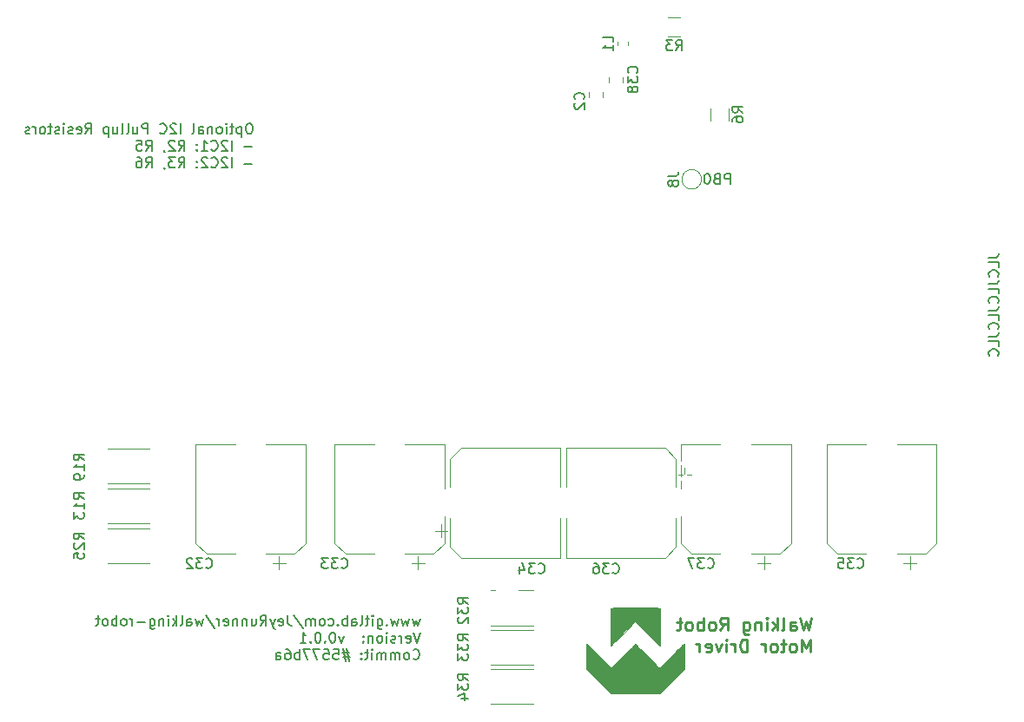
<source format=gbo>
%TF.GenerationSoftware,KiCad,Pcbnew,5.1.5+dfsg1-2build2*%
%TF.CreationDate,2021-12-29T18:24:04+01:00*%
%TF.ProjectId,motorDriver,6d6f746f-7244-4726-9976-65722e6b6963,rev?*%
%TF.SameCoordinates,Original*%
%TF.FileFunction,Legend,Bot*%
%TF.FilePolarity,Positive*%
%FSLAX46Y46*%
G04 Gerber Fmt 4.6, Leading zero omitted, Abs format (unit mm)*
G04 Created by KiCad (PCBNEW 5.1.5+dfsg1-2build2) date 2021-12-29 18:24:04*
%MOMM*%
%LPD*%
G04 APERTURE LIST*
%ADD10C,0.150000*%
%ADD11C,0.250000*%
%ADD12C,0.120000*%
%ADD13C,0.010000*%
%ADD14C,0.100000*%
%ADD15O,2.700000X2.700000*%
%ADD16R,2.700000X2.700000*%
%ADD17C,1.600000*%
%ADD18C,2.200000*%
%ADD19R,2.200000X2.200000*%
%ADD20C,5.700000*%
%ADD21O,2.100000X2.100000*%
%ADD22R,2.100000X2.100000*%
%ADD23O,1.800000X1.800000*%
%ADD24R,1.800000X1.800000*%
%ADD25C,2.400000*%
%ADD26C,0.800000*%
%ADD27C,4.500000*%
%ADD28O,1.100000X1.100000*%
%ADD29R,1.100000X1.100000*%
%ADD30C,0.700000*%
%ADD31O,0.950000X1.800000*%
%ADD32C,0.900000*%
G04 APERTURE END LIST*
D10*
X161738095Y-63702380D02*
X161738095Y-62702380D01*
X161357142Y-62702380D01*
X161261904Y-62750000D01*
X161214285Y-62797619D01*
X161166666Y-62892857D01*
X161166666Y-63035714D01*
X161214285Y-63130952D01*
X161261904Y-63178571D01*
X161357142Y-63226190D01*
X161738095Y-63226190D01*
X160404761Y-63178571D02*
X160261904Y-63226190D01*
X160214285Y-63273809D01*
X160166666Y-63369047D01*
X160166666Y-63511904D01*
X160214285Y-63607142D01*
X160261904Y-63654761D01*
X160357142Y-63702380D01*
X160738095Y-63702380D01*
X160738095Y-62702380D01*
X160404761Y-62702380D01*
X160309523Y-62750000D01*
X160261904Y-62797619D01*
X160214285Y-62892857D01*
X160214285Y-62988095D01*
X160261904Y-63083333D01*
X160309523Y-63130952D01*
X160404761Y-63178571D01*
X160738095Y-63178571D01*
X159547619Y-62702380D02*
X159452380Y-62702380D01*
X159357142Y-62750000D01*
X159309523Y-62797619D01*
X159261904Y-62892857D01*
X159214285Y-63083333D01*
X159214285Y-63321428D01*
X159261904Y-63511904D01*
X159309523Y-63607142D01*
X159357142Y-63654761D01*
X159452380Y-63702380D01*
X159547619Y-63702380D01*
X159642857Y-63654761D01*
X159690476Y-63607142D01*
X159738095Y-63511904D01*
X159785714Y-63321428D01*
X159785714Y-63083333D01*
X159738095Y-62892857D01*
X159690476Y-62797619D01*
X159642857Y-62750000D01*
X159547619Y-62702380D01*
X114973928Y-57802380D02*
X114783452Y-57802380D01*
X114688214Y-57850000D01*
X114592976Y-57945238D01*
X114545357Y-58135714D01*
X114545357Y-58469047D01*
X114592976Y-58659523D01*
X114688214Y-58754761D01*
X114783452Y-58802380D01*
X114973928Y-58802380D01*
X115069166Y-58754761D01*
X115164404Y-58659523D01*
X115212023Y-58469047D01*
X115212023Y-58135714D01*
X115164404Y-57945238D01*
X115069166Y-57850000D01*
X114973928Y-57802380D01*
X114116785Y-58135714D02*
X114116785Y-59135714D01*
X114116785Y-58183333D02*
X114021547Y-58135714D01*
X113831071Y-58135714D01*
X113735833Y-58183333D01*
X113688214Y-58230952D01*
X113640595Y-58326190D01*
X113640595Y-58611904D01*
X113688214Y-58707142D01*
X113735833Y-58754761D01*
X113831071Y-58802380D01*
X114021547Y-58802380D01*
X114116785Y-58754761D01*
X113354880Y-58135714D02*
X112973928Y-58135714D01*
X113212023Y-57802380D02*
X113212023Y-58659523D01*
X113164404Y-58754761D01*
X113069166Y-58802380D01*
X112973928Y-58802380D01*
X112640595Y-58802380D02*
X112640595Y-58135714D01*
X112640595Y-57802380D02*
X112688214Y-57850000D01*
X112640595Y-57897619D01*
X112592976Y-57850000D01*
X112640595Y-57802380D01*
X112640595Y-57897619D01*
X112021547Y-58802380D02*
X112116785Y-58754761D01*
X112164404Y-58707142D01*
X112212023Y-58611904D01*
X112212023Y-58326190D01*
X112164404Y-58230952D01*
X112116785Y-58183333D01*
X112021547Y-58135714D01*
X111878690Y-58135714D01*
X111783452Y-58183333D01*
X111735833Y-58230952D01*
X111688214Y-58326190D01*
X111688214Y-58611904D01*
X111735833Y-58707142D01*
X111783452Y-58754761D01*
X111878690Y-58802380D01*
X112021547Y-58802380D01*
X111259642Y-58135714D02*
X111259642Y-58802380D01*
X111259642Y-58230952D02*
X111212023Y-58183333D01*
X111116785Y-58135714D01*
X110973928Y-58135714D01*
X110878690Y-58183333D01*
X110831071Y-58278571D01*
X110831071Y-58802380D01*
X109926309Y-58802380D02*
X109926309Y-58278571D01*
X109973928Y-58183333D01*
X110069166Y-58135714D01*
X110259642Y-58135714D01*
X110354880Y-58183333D01*
X109926309Y-58754761D02*
X110021547Y-58802380D01*
X110259642Y-58802380D01*
X110354880Y-58754761D01*
X110402500Y-58659523D01*
X110402500Y-58564285D01*
X110354880Y-58469047D01*
X110259642Y-58421428D01*
X110021547Y-58421428D01*
X109926309Y-58373809D01*
X109307261Y-58802380D02*
X109402500Y-58754761D01*
X109450119Y-58659523D01*
X109450119Y-57802380D01*
X108164404Y-58802380D02*
X108164404Y-57802380D01*
X107735833Y-57897619D02*
X107688214Y-57850000D01*
X107592976Y-57802380D01*
X107354880Y-57802380D01*
X107259642Y-57850000D01*
X107212023Y-57897619D01*
X107164404Y-57992857D01*
X107164404Y-58088095D01*
X107212023Y-58230952D01*
X107783452Y-58802380D01*
X107164404Y-58802380D01*
X106164404Y-58707142D02*
X106212023Y-58754761D01*
X106354880Y-58802380D01*
X106450119Y-58802380D01*
X106592976Y-58754761D01*
X106688214Y-58659523D01*
X106735833Y-58564285D01*
X106783452Y-58373809D01*
X106783452Y-58230952D01*
X106735833Y-58040476D01*
X106688214Y-57945238D01*
X106592976Y-57850000D01*
X106450119Y-57802380D01*
X106354880Y-57802380D01*
X106212023Y-57850000D01*
X106164404Y-57897619D01*
X104973928Y-58802380D02*
X104973928Y-57802380D01*
X104592976Y-57802380D01*
X104497738Y-57850000D01*
X104450119Y-57897619D01*
X104402500Y-57992857D01*
X104402500Y-58135714D01*
X104450119Y-58230952D01*
X104497738Y-58278571D01*
X104592976Y-58326190D01*
X104973928Y-58326190D01*
X103545357Y-58135714D02*
X103545357Y-58802380D01*
X103973928Y-58135714D02*
X103973928Y-58659523D01*
X103926309Y-58754761D01*
X103831071Y-58802380D01*
X103688214Y-58802380D01*
X103592976Y-58754761D01*
X103545357Y-58707142D01*
X102926309Y-58802380D02*
X103021547Y-58754761D01*
X103069166Y-58659523D01*
X103069166Y-57802380D01*
X102402500Y-58802380D02*
X102497738Y-58754761D01*
X102545357Y-58659523D01*
X102545357Y-57802380D01*
X101592976Y-58135714D02*
X101592976Y-58802380D01*
X102021547Y-58135714D02*
X102021547Y-58659523D01*
X101973928Y-58754761D01*
X101878690Y-58802380D01*
X101735833Y-58802380D01*
X101640595Y-58754761D01*
X101592976Y-58707142D01*
X101116785Y-58135714D02*
X101116785Y-59135714D01*
X101116785Y-58183333D02*
X101021547Y-58135714D01*
X100831071Y-58135714D01*
X100735833Y-58183333D01*
X100688214Y-58230952D01*
X100640595Y-58326190D01*
X100640595Y-58611904D01*
X100688214Y-58707142D01*
X100735833Y-58754761D01*
X100831071Y-58802380D01*
X101021547Y-58802380D01*
X101116785Y-58754761D01*
X98878690Y-58802380D02*
X99212023Y-58326190D01*
X99450119Y-58802380D02*
X99450119Y-57802380D01*
X99069166Y-57802380D01*
X98973928Y-57850000D01*
X98926309Y-57897619D01*
X98878690Y-57992857D01*
X98878690Y-58135714D01*
X98926309Y-58230952D01*
X98973928Y-58278571D01*
X99069166Y-58326190D01*
X99450119Y-58326190D01*
X98069166Y-58754761D02*
X98164404Y-58802380D01*
X98354880Y-58802380D01*
X98450119Y-58754761D01*
X98497738Y-58659523D01*
X98497738Y-58278571D01*
X98450119Y-58183333D01*
X98354880Y-58135714D01*
X98164404Y-58135714D01*
X98069166Y-58183333D01*
X98021547Y-58278571D01*
X98021547Y-58373809D01*
X98497738Y-58469047D01*
X97640595Y-58754761D02*
X97545357Y-58802380D01*
X97354880Y-58802380D01*
X97259642Y-58754761D01*
X97212023Y-58659523D01*
X97212023Y-58611904D01*
X97259642Y-58516666D01*
X97354880Y-58469047D01*
X97497738Y-58469047D01*
X97592976Y-58421428D01*
X97640595Y-58326190D01*
X97640595Y-58278571D01*
X97592976Y-58183333D01*
X97497738Y-58135714D01*
X97354880Y-58135714D01*
X97259642Y-58183333D01*
X96783452Y-58802380D02*
X96783452Y-58135714D01*
X96783452Y-57802380D02*
X96831071Y-57850000D01*
X96783452Y-57897619D01*
X96735833Y-57850000D01*
X96783452Y-57802380D01*
X96783452Y-57897619D01*
X96354880Y-58754761D02*
X96259642Y-58802380D01*
X96069166Y-58802380D01*
X95973928Y-58754761D01*
X95926309Y-58659523D01*
X95926309Y-58611904D01*
X95973928Y-58516666D01*
X96069166Y-58469047D01*
X96212023Y-58469047D01*
X96307261Y-58421428D01*
X96354880Y-58326190D01*
X96354880Y-58278571D01*
X96307261Y-58183333D01*
X96212023Y-58135714D01*
X96069166Y-58135714D01*
X95973928Y-58183333D01*
X95640595Y-58135714D02*
X95259642Y-58135714D01*
X95497738Y-57802380D02*
X95497738Y-58659523D01*
X95450119Y-58754761D01*
X95354880Y-58802380D01*
X95259642Y-58802380D01*
X94783452Y-58802380D02*
X94878690Y-58754761D01*
X94926309Y-58707142D01*
X94973928Y-58611904D01*
X94973928Y-58326190D01*
X94926309Y-58230952D01*
X94878690Y-58183333D01*
X94783452Y-58135714D01*
X94640595Y-58135714D01*
X94545357Y-58183333D01*
X94497738Y-58230952D01*
X94450119Y-58326190D01*
X94450119Y-58611904D01*
X94497738Y-58707142D01*
X94545357Y-58754761D01*
X94640595Y-58802380D01*
X94783452Y-58802380D01*
X94021547Y-58802380D02*
X94021547Y-58135714D01*
X94021547Y-58326190D02*
X93973928Y-58230952D01*
X93926309Y-58183333D01*
X93831071Y-58135714D01*
X93735833Y-58135714D01*
X93450119Y-58754761D02*
X93354880Y-58802380D01*
X93164404Y-58802380D01*
X93069166Y-58754761D01*
X93021547Y-58659523D01*
X93021547Y-58611904D01*
X93069166Y-58516666D01*
X93164404Y-58469047D01*
X93307261Y-58469047D01*
X93402500Y-58421428D01*
X93450119Y-58326190D01*
X93450119Y-58278571D01*
X93402500Y-58183333D01*
X93307261Y-58135714D01*
X93164404Y-58135714D01*
X93069166Y-58183333D01*
X115164404Y-60071428D02*
X114402500Y-60071428D01*
X113164404Y-60452380D02*
X113164404Y-59452380D01*
X112735833Y-59547619D02*
X112688214Y-59500000D01*
X112592976Y-59452380D01*
X112354880Y-59452380D01*
X112259642Y-59500000D01*
X112212023Y-59547619D01*
X112164404Y-59642857D01*
X112164404Y-59738095D01*
X112212023Y-59880952D01*
X112783452Y-60452380D01*
X112164404Y-60452380D01*
X111164404Y-60357142D02*
X111212023Y-60404761D01*
X111354880Y-60452380D01*
X111450119Y-60452380D01*
X111592976Y-60404761D01*
X111688214Y-60309523D01*
X111735833Y-60214285D01*
X111783452Y-60023809D01*
X111783452Y-59880952D01*
X111735833Y-59690476D01*
X111688214Y-59595238D01*
X111592976Y-59500000D01*
X111450119Y-59452380D01*
X111354880Y-59452380D01*
X111212023Y-59500000D01*
X111164404Y-59547619D01*
X110212023Y-60452380D02*
X110783452Y-60452380D01*
X110497738Y-60452380D02*
X110497738Y-59452380D01*
X110592976Y-59595238D01*
X110688214Y-59690476D01*
X110783452Y-59738095D01*
X109783452Y-60357142D02*
X109735833Y-60404761D01*
X109783452Y-60452380D01*
X109831071Y-60404761D01*
X109783452Y-60357142D01*
X109783452Y-60452380D01*
X109783452Y-59833333D02*
X109735833Y-59880952D01*
X109783452Y-59928571D01*
X109831071Y-59880952D01*
X109783452Y-59833333D01*
X109783452Y-59928571D01*
X107973928Y-60452380D02*
X108307261Y-59976190D01*
X108545357Y-60452380D02*
X108545357Y-59452380D01*
X108164404Y-59452380D01*
X108069166Y-59500000D01*
X108021547Y-59547619D01*
X107973928Y-59642857D01*
X107973928Y-59785714D01*
X108021547Y-59880952D01*
X108069166Y-59928571D01*
X108164404Y-59976190D01*
X108545357Y-59976190D01*
X107592976Y-59547619D02*
X107545357Y-59500000D01*
X107450119Y-59452380D01*
X107212023Y-59452380D01*
X107116785Y-59500000D01*
X107069166Y-59547619D01*
X107021547Y-59642857D01*
X107021547Y-59738095D01*
X107069166Y-59880952D01*
X107640595Y-60452380D01*
X107021547Y-60452380D01*
X106545357Y-60404761D02*
X106545357Y-60452380D01*
X106592976Y-60547619D01*
X106640595Y-60595238D01*
X104783452Y-60452380D02*
X105116785Y-59976190D01*
X105354880Y-60452380D02*
X105354880Y-59452380D01*
X104973928Y-59452380D01*
X104878690Y-59500000D01*
X104831071Y-59547619D01*
X104783452Y-59642857D01*
X104783452Y-59785714D01*
X104831071Y-59880952D01*
X104878690Y-59928571D01*
X104973928Y-59976190D01*
X105354880Y-59976190D01*
X103878690Y-59452380D02*
X104354880Y-59452380D01*
X104402500Y-59928571D01*
X104354880Y-59880952D01*
X104259642Y-59833333D01*
X104021547Y-59833333D01*
X103926309Y-59880952D01*
X103878690Y-59928571D01*
X103831071Y-60023809D01*
X103831071Y-60261904D01*
X103878690Y-60357142D01*
X103926309Y-60404761D01*
X104021547Y-60452380D01*
X104259642Y-60452380D01*
X104354880Y-60404761D01*
X104402500Y-60357142D01*
X115164404Y-61721428D02*
X114402500Y-61721428D01*
X113164404Y-62102380D02*
X113164404Y-61102380D01*
X112735833Y-61197619D02*
X112688214Y-61150000D01*
X112592976Y-61102380D01*
X112354880Y-61102380D01*
X112259642Y-61150000D01*
X112212023Y-61197619D01*
X112164404Y-61292857D01*
X112164404Y-61388095D01*
X112212023Y-61530952D01*
X112783452Y-62102380D01*
X112164404Y-62102380D01*
X111164404Y-62007142D02*
X111212023Y-62054761D01*
X111354880Y-62102380D01*
X111450119Y-62102380D01*
X111592976Y-62054761D01*
X111688214Y-61959523D01*
X111735833Y-61864285D01*
X111783452Y-61673809D01*
X111783452Y-61530952D01*
X111735833Y-61340476D01*
X111688214Y-61245238D01*
X111592976Y-61150000D01*
X111450119Y-61102380D01*
X111354880Y-61102380D01*
X111212023Y-61150000D01*
X111164404Y-61197619D01*
X110783452Y-61197619D02*
X110735833Y-61150000D01*
X110640595Y-61102380D01*
X110402500Y-61102380D01*
X110307261Y-61150000D01*
X110259642Y-61197619D01*
X110212023Y-61292857D01*
X110212023Y-61388095D01*
X110259642Y-61530952D01*
X110831071Y-62102380D01*
X110212023Y-62102380D01*
X109783452Y-62007142D02*
X109735833Y-62054761D01*
X109783452Y-62102380D01*
X109831071Y-62054761D01*
X109783452Y-62007142D01*
X109783452Y-62102380D01*
X109783452Y-61483333D02*
X109735833Y-61530952D01*
X109783452Y-61578571D01*
X109831071Y-61530952D01*
X109783452Y-61483333D01*
X109783452Y-61578571D01*
X107973928Y-62102380D02*
X108307261Y-61626190D01*
X108545357Y-62102380D02*
X108545357Y-61102380D01*
X108164404Y-61102380D01*
X108069166Y-61150000D01*
X108021547Y-61197619D01*
X107973928Y-61292857D01*
X107973928Y-61435714D01*
X108021547Y-61530952D01*
X108069166Y-61578571D01*
X108164404Y-61626190D01*
X108545357Y-61626190D01*
X107640595Y-61102380D02*
X107021547Y-61102380D01*
X107354880Y-61483333D01*
X107212023Y-61483333D01*
X107116785Y-61530952D01*
X107069166Y-61578571D01*
X107021547Y-61673809D01*
X107021547Y-61911904D01*
X107069166Y-62007142D01*
X107116785Y-62054761D01*
X107212023Y-62102380D01*
X107497738Y-62102380D01*
X107592976Y-62054761D01*
X107640595Y-62007142D01*
X106545357Y-62054761D02*
X106545357Y-62102380D01*
X106592976Y-62197619D01*
X106640595Y-62245238D01*
X104783452Y-62102380D02*
X105116785Y-61626190D01*
X105354880Y-62102380D02*
X105354880Y-61102380D01*
X104973928Y-61102380D01*
X104878690Y-61150000D01*
X104831071Y-61197619D01*
X104783452Y-61292857D01*
X104783452Y-61435714D01*
X104831071Y-61530952D01*
X104878690Y-61578571D01*
X104973928Y-61626190D01*
X105354880Y-61626190D01*
X103926309Y-61102380D02*
X104116785Y-61102380D01*
X104212023Y-61150000D01*
X104259642Y-61197619D01*
X104354880Y-61340476D01*
X104402500Y-61530952D01*
X104402500Y-61911904D01*
X104354880Y-62007142D01*
X104307261Y-62054761D01*
X104212023Y-62102380D01*
X104021547Y-62102380D01*
X103926309Y-62054761D01*
X103878690Y-62007142D01*
X103831071Y-61911904D01*
X103831071Y-61673809D01*
X103878690Y-61578571D01*
X103926309Y-61530952D01*
X104021547Y-61483333D01*
X104212023Y-61483333D01*
X104307261Y-61530952D01*
X104354880Y-61578571D01*
X104402500Y-61673809D01*
X186927380Y-70880952D02*
X187641666Y-70880952D01*
X187784523Y-70833333D01*
X187879761Y-70738095D01*
X187927380Y-70595238D01*
X187927380Y-70500000D01*
X187927380Y-71833333D02*
X187927380Y-71357142D01*
X186927380Y-71357142D01*
X187832142Y-72738095D02*
X187879761Y-72690476D01*
X187927380Y-72547619D01*
X187927380Y-72452380D01*
X187879761Y-72309523D01*
X187784523Y-72214285D01*
X187689285Y-72166666D01*
X187498809Y-72119047D01*
X187355952Y-72119047D01*
X187165476Y-72166666D01*
X187070238Y-72214285D01*
X186975000Y-72309523D01*
X186927380Y-72452380D01*
X186927380Y-72547619D01*
X186975000Y-72690476D01*
X187022619Y-72738095D01*
X186927380Y-73452380D02*
X187641666Y-73452380D01*
X187784523Y-73404761D01*
X187879761Y-73309523D01*
X187927380Y-73166666D01*
X187927380Y-73071428D01*
X187927380Y-74404761D02*
X187927380Y-73928571D01*
X186927380Y-73928571D01*
X187832142Y-75309523D02*
X187879761Y-75261904D01*
X187927380Y-75119047D01*
X187927380Y-75023809D01*
X187879761Y-74880952D01*
X187784523Y-74785714D01*
X187689285Y-74738095D01*
X187498809Y-74690476D01*
X187355952Y-74690476D01*
X187165476Y-74738095D01*
X187070238Y-74785714D01*
X186975000Y-74880952D01*
X186927380Y-75023809D01*
X186927380Y-75119047D01*
X186975000Y-75261904D01*
X187022619Y-75309523D01*
X186927380Y-76023809D02*
X187641666Y-76023809D01*
X187784523Y-75976190D01*
X187879761Y-75880952D01*
X187927380Y-75738095D01*
X187927380Y-75642857D01*
X187927380Y-76976190D02*
X187927380Y-76500000D01*
X186927380Y-76500000D01*
X187832142Y-77880952D02*
X187879761Y-77833333D01*
X187927380Y-77690476D01*
X187927380Y-77595238D01*
X187879761Y-77452380D01*
X187784523Y-77357142D01*
X187689285Y-77309523D01*
X187498809Y-77261904D01*
X187355952Y-77261904D01*
X187165476Y-77309523D01*
X187070238Y-77357142D01*
X186975000Y-77452380D01*
X186927380Y-77595238D01*
X186927380Y-77690476D01*
X186975000Y-77833333D01*
X187022619Y-77880952D01*
X186927380Y-78595238D02*
X187641666Y-78595238D01*
X187784523Y-78547619D01*
X187879761Y-78452380D01*
X187927380Y-78309523D01*
X187927380Y-78214285D01*
X187927380Y-79547619D02*
X187927380Y-79071428D01*
X186927380Y-79071428D01*
X187832142Y-80452380D02*
X187879761Y-80404761D01*
X187927380Y-80261904D01*
X187927380Y-80166666D01*
X187879761Y-80023809D01*
X187784523Y-79928571D01*
X187689285Y-79880952D01*
X187498809Y-79833333D01*
X187355952Y-79833333D01*
X187165476Y-79880952D01*
X187070238Y-79928571D01*
X186975000Y-80023809D01*
X186927380Y-80166666D01*
X186927380Y-80261904D01*
X186975000Y-80404761D01*
X187022619Y-80452380D01*
X131509642Y-106135714D02*
X131319166Y-106802380D01*
X131128690Y-106326190D01*
X130938214Y-106802380D01*
X130747738Y-106135714D01*
X130462023Y-106135714D02*
X130271547Y-106802380D01*
X130081071Y-106326190D01*
X129890595Y-106802380D01*
X129700119Y-106135714D01*
X129414404Y-106135714D02*
X129223928Y-106802380D01*
X129033452Y-106326190D01*
X128842976Y-106802380D01*
X128652500Y-106135714D01*
X128271547Y-106707142D02*
X128223928Y-106754761D01*
X128271547Y-106802380D01*
X128319166Y-106754761D01*
X128271547Y-106707142D01*
X128271547Y-106802380D01*
X127366785Y-106135714D02*
X127366785Y-106945238D01*
X127414404Y-107040476D01*
X127462023Y-107088095D01*
X127557261Y-107135714D01*
X127700119Y-107135714D01*
X127795357Y-107088095D01*
X127366785Y-106754761D02*
X127462023Y-106802380D01*
X127652500Y-106802380D01*
X127747738Y-106754761D01*
X127795357Y-106707142D01*
X127842976Y-106611904D01*
X127842976Y-106326190D01*
X127795357Y-106230952D01*
X127747738Y-106183333D01*
X127652500Y-106135714D01*
X127462023Y-106135714D01*
X127366785Y-106183333D01*
X126890595Y-106802380D02*
X126890595Y-106135714D01*
X126890595Y-105802380D02*
X126938214Y-105850000D01*
X126890595Y-105897619D01*
X126842976Y-105850000D01*
X126890595Y-105802380D01*
X126890595Y-105897619D01*
X126557261Y-106135714D02*
X126176309Y-106135714D01*
X126414404Y-105802380D02*
X126414404Y-106659523D01*
X126366785Y-106754761D01*
X126271547Y-106802380D01*
X126176309Y-106802380D01*
X125700119Y-106802380D02*
X125795357Y-106754761D01*
X125842976Y-106659523D01*
X125842976Y-105802380D01*
X124890595Y-106802380D02*
X124890595Y-106278571D01*
X124938214Y-106183333D01*
X125033452Y-106135714D01*
X125223928Y-106135714D01*
X125319166Y-106183333D01*
X124890595Y-106754761D02*
X124985833Y-106802380D01*
X125223928Y-106802380D01*
X125319166Y-106754761D01*
X125366785Y-106659523D01*
X125366785Y-106564285D01*
X125319166Y-106469047D01*
X125223928Y-106421428D01*
X124985833Y-106421428D01*
X124890595Y-106373809D01*
X124414404Y-106802380D02*
X124414404Y-105802380D01*
X124414404Y-106183333D02*
X124319166Y-106135714D01*
X124128690Y-106135714D01*
X124033452Y-106183333D01*
X123985833Y-106230952D01*
X123938214Y-106326190D01*
X123938214Y-106611904D01*
X123985833Y-106707142D01*
X124033452Y-106754761D01*
X124128690Y-106802380D01*
X124319166Y-106802380D01*
X124414404Y-106754761D01*
X123509642Y-106707142D02*
X123462023Y-106754761D01*
X123509642Y-106802380D01*
X123557261Y-106754761D01*
X123509642Y-106707142D01*
X123509642Y-106802380D01*
X122604880Y-106754761D02*
X122700119Y-106802380D01*
X122890595Y-106802380D01*
X122985833Y-106754761D01*
X123033452Y-106707142D01*
X123081071Y-106611904D01*
X123081071Y-106326190D01*
X123033452Y-106230952D01*
X122985833Y-106183333D01*
X122890595Y-106135714D01*
X122700119Y-106135714D01*
X122604880Y-106183333D01*
X122033452Y-106802380D02*
X122128690Y-106754761D01*
X122176309Y-106707142D01*
X122223928Y-106611904D01*
X122223928Y-106326190D01*
X122176309Y-106230952D01*
X122128690Y-106183333D01*
X122033452Y-106135714D01*
X121890595Y-106135714D01*
X121795357Y-106183333D01*
X121747738Y-106230952D01*
X121700119Y-106326190D01*
X121700119Y-106611904D01*
X121747738Y-106707142D01*
X121795357Y-106754761D01*
X121890595Y-106802380D01*
X122033452Y-106802380D01*
X121271547Y-106802380D02*
X121271547Y-106135714D01*
X121271547Y-106230952D02*
X121223928Y-106183333D01*
X121128690Y-106135714D01*
X120985833Y-106135714D01*
X120890595Y-106183333D01*
X120842976Y-106278571D01*
X120842976Y-106802380D01*
X120842976Y-106278571D02*
X120795357Y-106183333D01*
X120700119Y-106135714D01*
X120557261Y-106135714D01*
X120462023Y-106183333D01*
X120414404Y-106278571D01*
X120414404Y-106802380D01*
X119223928Y-105754761D02*
X120081071Y-107040476D01*
X118604880Y-105802380D02*
X118604880Y-106516666D01*
X118652500Y-106659523D01*
X118747738Y-106754761D01*
X118890595Y-106802380D01*
X118985833Y-106802380D01*
X117747738Y-106754761D02*
X117842976Y-106802380D01*
X118033452Y-106802380D01*
X118128690Y-106754761D01*
X118176309Y-106659523D01*
X118176309Y-106278571D01*
X118128690Y-106183333D01*
X118033452Y-106135714D01*
X117842976Y-106135714D01*
X117747738Y-106183333D01*
X117700119Y-106278571D01*
X117700119Y-106373809D01*
X118176309Y-106469047D01*
X117366785Y-106135714D02*
X117128690Y-106802380D01*
X116890595Y-106135714D02*
X117128690Y-106802380D01*
X117223928Y-107040476D01*
X117271547Y-107088095D01*
X117366785Y-107135714D01*
X115938214Y-106802380D02*
X116271547Y-106326190D01*
X116509642Y-106802380D02*
X116509642Y-105802380D01*
X116128690Y-105802380D01*
X116033452Y-105850000D01*
X115985833Y-105897619D01*
X115938214Y-105992857D01*
X115938214Y-106135714D01*
X115985833Y-106230952D01*
X116033452Y-106278571D01*
X116128690Y-106326190D01*
X116509642Y-106326190D01*
X115081071Y-106135714D02*
X115081071Y-106802380D01*
X115509642Y-106135714D02*
X115509642Y-106659523D01*
X115462023Y-106754761D01*
X115366785Y-106802380D01*
X115223928Y-106802380D01*
X115128690Y-106754761D01*
X115081071Y-106707142D01*
X114604880Y-106135714D02*
X114604880Y-106802380D01*
X114604880Y-106230952D02*
X114557261Y-106183333D01*
X114462023Y-106135714D01*
X114319166Y-106135714D01*
X114223928Y-106183333D01*
X114176309Y-106278571D01*
X114176309Y-106802380D01*
X113700119Y-106135714D02*
X113700119Y-106802380D01*
X113700119Y-106230952D02*
X113652500Y-106183333D01*
X113557261Y-106135714D01*
X113414404Y-106135714D01*
X113319166Y-106183333D01*
X113271547Y-106278571D01*
X113271547Y-106802380D01*
X112414404Y-106754761D02*
X112509642Y-106802380D01*
X112700119Y-106802380D01*
X112795357Y-106754761D01*
X112842976Y-106659523D01*
X112842976Y-106278571D01*
X112795357Y-106183333D01*
X112700119Y-106135714D01*
X112509642Y-106135714D01*
X112414404Y-106183333D01*
X112366785Y-106278571D01*
X112366785Y-106373809D01*
X112842976Y-106469047D01*
X111938214Y-106802380D02*
X111938214Y-106135714D01*
X111938214Y-106326190D02*
X111890595Y-106230952D01*
X111842976Y-106183333D01*
X111747738Y-106135714D01*
X111652500Y-106135714D01*
X110604880Y-105754761D02*
X111462023Y-107040476D01*
X110366785Y-106135714D02*
X110176309Y-106802380D01*
X109985833Y-106326190D01*
X109795357Y-106802380D01*
X109604880Y-106135714D01*
X108795357Y-106802380D02*
X108795357Y-106278571D01*
X108842976Y-106183333D01*
X108938214Y-106135714D01*
X109128690Y-106135714D01*
X109223928Y-106183333D01*
X108795357Y-106754761D02*
X108890595Y-106802380D01*
X109128690Y-106802380D01*
X109223928Y-106754761D01*
X109271547Y-106659523D01*
X109271547Y-106564285D01*
X109223928Y-106469047D01*
X109128690Y-106421428D01*
X108890595Y-106421428D01*
X108795357Y-106373809D01*
X108176309Y-106802380D02*
X108271547Y-106754761D01*
X108319166Y-106659523D01*
X108319166Y-105802380D01*
X107795357Y-106802380D02*
X107795357Y-105802380D01*
X107700119Y-106421428D02*
X107414404Y-106802380D01*
X107414404Y-106135714D02*
X107795357Y-106516666D01*
X106985833Y-106802380D02*
X106985833Y-106135714D01*
X106985833Y-105802380D02*
X107033452Y-105850000D01*
X106985833Y-105897619D01*
X106938214Y-105850000D01*
X106985833Y-105802380D01*
X106985833Y-105897619D01*
X106509642Y-106135714D02*
X106509642Y-106802380D01*
X106509642Y-106230952D02*
X106462023Y-106183333D01*
X106366785Y-106135714D01*
X106223928Y-106135714D01*
X106128690Y-106183333D01*
X106081071Y-106278571D01*
X106081071Y-106802380D01*
X105176309Y-106135714D02*
X105176309Y-106945238D01*
X105223928Y-107040476D01*
X105271547Y-107088095D01*
X105366785Y-107135714D01*
X105509642Y-107135714D01*
X105604880Y-107088095D01*
X105176309Y-106754761D02*
X105271547Y-106802380D01*
X105462023Y-106802380D01*
X105557261Y-106754761D01*
X105604880Y-106707142D01*
X105652500Y-106611904D01*
X105652500Y-106326190D01*
X105604880Y-106230952D01*
X105557261Y-106183333D01*
X105462023Y-106135714D01*
X105271547Y-106135714D01*
X105176309Y-106183333D01*
X104700119Y-106421428D02*
X103938214Y-106421428D01*
X103462023Y-106802380D02*
X103462023Y-106135714D01*
X103462023Y-106326190D02*
X103414404Y-106230952D01*
X103366785Y-106183333D01*
X103271547Y-106135714D01*
X103176309Y-106135714D01*
X102700119Y-106802380D02*
X102795357Y-106754761D01*
X102842976Y-106707142D01*
X102890595Y-106611904D01*
X102890595Y-106326190D01*
X102842976Y-106230952D01*
X102795357Y-106183333D01*
X102700119Y-106135714D01*
X102557261Y-106135714D01*
X102462023Y-106183333D01*
X102414404Y-106230952D01*
X102366785Y-106326190D01*
X102366785Y-106611904D01*
X102414404Y-106707142D01*
X102462023Y-106754761D01*
X102557261Y-106802380D01*
X102700119Y-106802380D01*
X101938214Y-106802380D02*
X101938214Y-105802380D01*
X101938214Y-106183333D02*
X101842976Y-106135714D01*
X101652500Y-106135714D01*
X101557261Y-106183333D01*
X101509642Y-106230952D01*
X101462023Y-106326190D01*
X101462023Y-106611904D01*
X101509642Y-106707142D01*
X101557261Y-106754761D01*
X101652500Y-106802380D01*
X101842976Y-106802380D01*
X101938214Y-106754761D01*
X100890595Y-106802380D02*
X100985833Y-106754761D01*
X101033452Y-106707142D01*
X101081071Y-106611904D01*
X101081071Y-106326190D01*
X101033452Y-106230952D01*
X100985833Y-106183333D01*
X100890595Y-106135714D01*
X100747738Y-106135714D01*
X100652500Y-106183333D01*
X100604880Y-106230952D01*
X100557261Y-106326190D01*
X100557261Y-106611904D01*
X100604880Y-106707142D01*
X100652500Y-106754761D01*
X100747738Y-106802380D01*
X100890595Y-106802380D01*
X100271547Y-106135714D02*
X99890595Y-106135714D01*
X100128690Y-105802380D02*
X100128690Y-106659523D01*
X100081071Y-106754761D01*
X99985833Y-106802380D01*
X99890595Y-106802380D01*
X131557261Y-107452380D02*
X131223928Y-108452380D01*
X130890595Y-107452380D01*
X130176309Y-108404761D02*
X130271547Y-108452380D01*
X130462023Y-108452380D01*
X130557261Y-108404761D01*
X130604880Y-108309523D01*
X130604880Y-107928571D01*
X130557261Y-107833333D01*
X130462023Y-107785714D01*
X130271547Y-107785714D01*
X130176309Y-107833333D01*
X130128690Y-107928571D01*
X130128690Y-108023809D01*
X130604880Y-108119047D01*
X129700119Y-108452380D02*
X129700119Y-107785714D01*
X129700119Y-107976190D02*
X129652500Y-107880952D01*
X129604880Y-107833333D01*
X129509642Y-107785714D01*
X129414404Y-107785714D01*
X129128690Y-108404761D02*
X129033452Y-108452380D01*
X128842976Y-108452380D01*
X128747738Y-108404761D01*
X128700119Y-108309523D01*
X128700119Y-108261904D01*
X128747738Y-108166666D01*
X128842976Y-108119047D01*
X128985833Y-108119047D01*
X129081071Y-108071428D01*
X129128690Y-107976190D01*
X129128690Y-107928571D01*
X129081071Y-107833333D01*
X128985833Y-107785714D01*
X128842976Y-107785714D01*
X128747738Y-107833333D01*
X128271547Y-108452380D02*
X128271547Y-107785714D01*
X128271547Y-107452380D02*
X128319166Y-107500000D01*
X128271547Y-107547619D01*
X128223928Y-107500000D01*
X128271547Y-107452380D01*
X128271547Y-107547619D01*
X127652500Y-108452380D02*
X127747738Y-108404761D01*
X127795357Y-108357142D01*
X127842976Y-108261904D01*
X127842976Y-107976190D01*
X127795357Y-107880952D01*
X127747738Y-107833333D01*
X127652500Y-107785714D01*
X127509642Y-107785714D01*
X127414404Y-107833333D01*
X127366785Y-107880952D01*
X127319166Y-107976190D01*
X127319166Y-108261904D01*
X127366785Y-108357142D01*
X127414404Y-108404761D01*
X127509642Y-108452380D01*
X127652500Y-108452380D01*
X126890595Y-107785714D02*
X126890595Y-108452380D01*
X126890595Y-107880952D02*
X126842976Y-107833333D01*
X126747738Y-107785714D01*
X126604880Y-107785714D01*
X126509642Y-107833333D01*
X126462023Y-107928571D01*
X126462023Y-108452380D01*
X125985833Y-108357142D02*
X125938214Y-108404761D01*
X125985833Y-108452380D01*
X126033452Y-108404761D01*
X125985833Y-108357142D01*
X125985833Y-108452380D01*
X125985833Y-107833333D02*
X125938214Y-107880952D01*
X125985833Y-107928571D01*
X126033452Y-107880952D01*
X125985833Y-107833333D01*
X125985833Y-107928571D01*
X124081071Y-107785714D02*
X123842976Y-108452380D01*
X123604880Y-107785714D01*
X123033452Y-107452380D02*
X122938214Y-107452380D01*
X122842976Y-107500000D01*
X122795357Y-107547619D01*
X122747738Y-107642857D01*
X122700119Y-107833333D01*
X122700119Y-108071428D01*
X122747738Y-108261904D01*
X122795357Y-108357142D01*
X122842976Y-108404761D01*
X122938214Y-108452380D01*
X123033452Y-108452380D01*
X123128690Y-108404761D01*
X123176309Y-108357142D01*
X123223928Y-108261904D01*
X123271547Y-108071428D01*
X123271547Y-107833333D01*
X123223928Y-107642857D01*
X123176309Y-107547619D01*
X123128690Y-107500000D01*
X123033452Y-107452380D01*
X122271547Y-108357142D02*
X122223928Y-108404761D01*
X122271547Y-108452380D01*
X122319166Y-108404761D01*
X122271547Y-108357142D01*
X122271547Y-108452380D01*
X121604880Y-107452380D02*
X121509642Y-107452380D01*
X121414404Y-107500000D01*
X121366785Y-107547619D01*
X121319166Y-107642857D01*
X121271547Y-107833333D01*
X121271547Y-108071428D01*
X121319166Y-108261904D01*
X121366785Y-108357142D01*
X121414404Y-108404761D01*
X121509642Y-108452380D01*
X121604880Y-108452380D01*
X121700119Y-108404761D01*
X121747738Y-108357142D01*
X121795357Y-108261904D01*
X121842976Y-108071428D01*
X121842976Y-107833333D01*
X121795357Y-107642857D01*
X121747738Y-107547619D01*
X121700119Y-107500000D01*
X121604880Y-107452380D01*
X120842976Y-108357142D02*
X120795357Y-108404761D01*
X120842976Y-108452380D01*
X120890595Y-108404761D01*
X120842976Y-108357142D01*
X120842976Y-108452380D01*
X119842976Y-108452380D02*
X120414404Y-108452380D01*
X120128690Y-108452380D02*
X120128690Y-107452380D01*
X120223928Y-107595238D01*
X120319166Y-107690476D01*
X120414404Y-107738095D01*
X130842976Y-110007142D02*
X130890595Y-110054761D01*
X131033452Y-110102380D01*
X131128690Y-110102380D01*
X131271547Y-110054761D01*
X131366785Y-109959523D01*
X131414404Y-109864285D01*
X131462023Y-109673809D01*
X131462023Y-109530952D01*
X131414404Y-109340476D01*
X131366785Y-109245238D01*
X131271547Y-109150000D01*
X131128690Y-109102380D01*
X131033452Y-109102380D01*
X130890595Y-109150000D01*
X130842976Y-109197619D01*
X130271547Y-110102380D02*
X130366785Y-110054761D01*
X130414404Y-110007142D01*
X130462023Y-109911904D01*
X130462023Y-109626190D01*
X130414404Y-109530952D01*
X130366785Y-109483333D01*
X130271547Y-109435714D01*
X130128690Y-109435714D01*
X130033452Y-109483333D01*
X129985833Y-109530952D01*
X129938214Y-109626190D01*
X129938214Y-109911904D01*
X129985833Y-110007142D01*
X130033452Y-110054761D01*
X130128690Y-110102380D01*
X130271547Y-110102380D01*
X129509642Y-110102380D02*
X129509642Y-109435714D01*
X129509642Y-109530952D02*
X129462023Y-109483333D01*
X129366785Y-109435714D01*
X129223928Y-109435714D01*
X129128690Y-109483333D01*
X129081071Y-109578571D01*
X129081071Y-110102380D01*
X129081071Y-109578571D02*
X129033452Y-109483333D01*
X128938214Y-109435714D01*
X128795357Y-109435714D01*
X128700119Y-109483333D01*
X128652500Y-109578571D01*
X128652500Y-110102380D01*
X128176309Y-110102380D02*
X128176309Y-109435714D01*
X128176309Y-109530952D02*
X128128690Y-109483333D01*
X128033452Y-109435714D01*
X127890595Y-109435714D01*
X127795357Y-109483333D01*
X127747738Y-109578571D01*
X127747738Y-110102380D01*
X127747738Y-109578571D02*
X127700119Y-109483333D01*
X127604880Y-109435714D01*
X127462023Y-109435714D01*
X127366785Y-109483333D01*
X127319166Y-109578571D01*
X127319166Y-110102380D01*
X126842976Y-110102380D02*
X126842976Y-109435714D01*
X126842976Y-109102380D02*
X126890595Y-109150000D01*
X126842976Y-109197619D01*
X126795357Y-109150000D01*
X126842976Y-109102380D01*
X126842976Y-109197619D01*
X126509642Y-109435714D02*
X126128690Y-109435714D01*
X126366785Y-109102380D02*
X126366785Y-109959523D01*
X126319166Y-110054761D01*
X126223928Y-110102380D01*
X126128690Y-110102380D01*
X125795357Y-110007142D02*
X125747738Y-110054761D01*
X125795357Y-110102380D01*
X125842976Y-110054761D01*
X125795357Y-110007142D01*
X125795357Y-110102380D01*
X125795357Y-109483333D02*
X125747738Y-109530952D01*
X125795357Y-109578571D01*
X125842976Y-109530952D01*
X125795357Y-109483333D01*
X125795357Y-109578571D01*
X124604880Y-109435714D02*
X123890595Y-109435714D01*
X124319166Y-109007142D02*
X124604880Y-110292857D01*
X123985833Y-109864285D02*
X124700119Y-109864285D01*
X124271547Y-110292857D02*
X123985833Y-109007142D01*
X123081071Y-109102380D02*
X123557261Y-109102380D01*
X123604880Y-109578571D01*
X123557261Y-109530952D01*
X123462023Y-109483333D01*
X123223928Y-109483333D01*
X123128690Y-109530952D01*
X123081071Y-109578571D01*
X123033452Y-109673809D01*
X123033452Y-109911904D01*
X123081071Y-110007142D01*
X123128690Y-110054761D01*
X123223928Y-110102380D01*
X123462023Y-110102380D01*
X123557261Y-110054761D01*
X123604880Y-110007142D01*
X122128690Y-109102380D02*
X122604880Y-109102380D01*
X122652500Y-109578571D01*
X122604880Y-109530952D01*
X122509642Y-109483333D01*
X122271547Y-109483333D01*
X122176309Y-109530952D01*
X122128690Y-109578571D01*
X122081071Y-109673809D01*
X122081071Y-109911904D01*
X122128690Y-110007142D01*
X122176309Y-110054761D01*
X122271547Y-110102380D01*
X122509642Y-110102380D01*
X122604880Y-110054761D01*
X122652500Y-110007142D01*
X121747738Y-109102380D02*
X121081071Y-109102380D01*
X121509642Y-110102380D01*
X120795357Y-109102380D02*
X120128690Y-109102380D01*
X120557261Y-110102380D01*
X119747738Y-110102380D02*
X119747738Y-109102380D01*
X119747738Y-109483333D02*
X119652500Y-109435714D01*
X119462023Y-109435714D01*
X119366785Y-109483333D01*
X119319166Y-109530952D01*
X119271547Y-109626190D01*
X119271547Y-109911904D01*
X119319166Y-110007142D01*
X119366785Y-110054761D01*
X119462023Y-110102380D01*
X119652500Y-110102380D01*
X119747738Y-110054761D01*
X118414404Y-109102380D02*
X118604880Y-109102380D01*
X118700119Y-109150000D01*
X118747738Y-109197619D01*
X118842976Y-109340476D01*
X118890595Y-109530952D01*
X118890595Y-109911904D01*
X118842976Y-110007142D01*
X118795357Y-110054761D01*
X118700119Y-110102380D01*
X118509642Y-110102380D01*
X118414404Y-110054761D01*
X118366785Y-110007142D01*
X118319166Y-109911904D01*
X118319166Y-109673809D01*
X118366785Y-109578571D01*
X118414404Y-109530952D01*
X118509642Y-109483333D01*
X118700119Y-109483333D01*
X118795357Y-109530952D01*
X118842976Y-109578571D01*
X118890595Y-109673809D01*
X117462023Y-110102380D02*
X117462023Y-109578571D01*
X117509642Y-109483333D01*
X117604880Y-109435714D01*
X117795357Y-109435714D01*
X117890595Y-109483333D01*
X117462023Y-110054761D02*
X117557261Y-110102380D01*
X117795357Y-110102380D01*
X117890595Y-110054761D01*
X117938214Y-109959523D01*
X117938214Y-109864285D01*
X117890595Y-109769047D01*
X117795357Y-109721428D01*
X117557261Y-109721428D01*
X117462023Y-109673809D01*
D11*
X169658928Y-106002976D02*
X169361309Y-107252976D01*
X169123214Y-106360119D01*
X168885119Y-107252976D01*
X168587500Y-106002976D01*
X167575595Y-107252976D02*
X167575595Y-106598214D01*
X167635119Y-106479166D01*
X167754166Y-106419642D01*
X167992261Y-106419642D01*
X168111309Y-106479166D01*
X167575595Y-107193452D02*
X167694642Y-107252976D01*
X167992261Y-107252976D01*
X168111309Y-107193452D01*
X168170833Y-107074404D01*
X168170833Y-106955357D01*
X168111309Y-106836309D01*
X167992261Y-106776785D01*
X167694642Y-106776785D01*
X167575595Y-106717261D01*
X166801785Y-107252976D02*
X166920833Y-107193452D01*
X166980357Y-107074404D01*
X166980357Y-106002976D01*
X166325595Y-107252976D02*
X166325595Y-106002976D01*
X166206547Y-106776785D02*
X165849404Y-107252976D01*
X165849404Y-106419642D02*
X166325595Y-106895833D01*
X165313690Y-107252976D02*
X165313690Y-106419642D01*
X165313690Y-106002976D02*
X165373214Y-106062500D01*
X165313690Y-106122023D01*
X165254166Y-106062500D01*
X165313690Y-106002976D01*
X165313690Y-106122023D01*
X164718452Y-106419642D02*
X164718452Y-107252976D01*
X164718452Y-106538690D02*
X164658928Y-106479166D01*
X164539880Y-106419642D01*
X164361309Y-106419642D01*
X164242261Y-106479166D01*
X164182738Y-106598214D01*
X164182738Y-107252976D01*
X163051785Y-106419642D02*
X163051785Y-107431547D01*
X163111309Y-107550595D01*
X163170833Y-107610119D01*
X163289880Y-107669642D01*
X163468452Y-107669642D01*
X163587500Y-107610119D01*
X163051785Y-107193452D02*
X163170833Y-107252976D01*
X163408928Y-107252976D01*
X163527976Y-107193452D01*
X163587500Y-107133928D01*
X163647023Y-107014880D01*
X163647023Y-106657738D01*
X163587500Y-106538690D01*
X163527976Y-106479166D01*
X163408928Y-106419642D01*
X163170833Y-106419642D01*
X163051785Y-106479166D01*
X160789880Y-107252976D02*
X161206547Y-106657738D01*
X161504166Y-107252976D02*
X161504166Y-106002976D01*
X161027976Y-106002976D01*
X160908928Y-106062500D01*
X160849404Y-106122023D01*
X160789880Y-106241071D01*
X160789880Y-106419642D01*
X160849404Y-106538690D01*
X160908928Y-106598214D01*
X161027976Y-106657738D01*
X161504166Y-106657738D01*
X160075595Y-107252976D02*
X160194642Y-107193452D01*
X160254166Y-107133928D01*
X160313690Y-107014880D01*
X160313690Y-106657738D01*
X160254166Y-106538690D01*
X160194642Y-106479166D01*
X160075595Y-106419642D01*
X159897023Y-106419642D01*
X159777976Y-106479166D01*
X159718452Y-106538690D01*
X159658928Y-106657738D01*
X159658928Y-107014880D01*
X159718452Y-107133928D01*
X159777976Y-107193452D01*
X159897023Y-107252976D01*
X160075595Y-107252976D01*
X159123214Y-107252976D02*
X159123214Y-106002976D01*
X159123214Y-106479166D02*
X159004166Y-106419642D01*
X158766071Y-106419642D01*
X158647023Y-106479166D01*
X158587500Y-106538690D01*
X158527976Y-106657738D01*
X158527976Y-107014880D01*
X158587500Y-107133928D01*
X158647023Y-107193452D01*
X158766071Y-107252976D01*
X159004166Y-107252976D01*
X159123214Y-107193452D01*
X157813690Y-107252976D02*
X157932738Y-107193452D01*
X157992261Y-107133928D01*
X158051785Y-107014880D01*
X158051785Y-106657738D01*
X157992261Y-106538690D01*
X157932738Y-106479166D01*
X157813690Y-106419642D01*
X157635119Y-106419642D01*
X157516071Y-106479166D01*
X157456547Y-106538690D01*
X157397023Y-106657738D01*
X157397023Y-107014880D01*
X157456547Y-107133928D01*
X157516071Y-107193452D01*
X157635119Y-107252976D01*
X157813690Y-107252976D01*
X157039880Y-106419642D02*
X156563690Y-106419642D01*
X156861309Y-106002976D02*
X156861309Y-107074404D01*
X156801785Y-107193452D01*
X156682738Y-107252976D01*
X156563690Y-107252976D01*
X169539880Y-109377976D02*
X169539880Y-108127976D01*
X169123214Y-109020833D01*
X168706547Y-108127976D01*
X168706547Y-109377976D01*
X167932738Y-109377976D02*
X168051785Y-109318452D01*
X168111309Y-109258928D01*
X168170833Y-109139880D01*
X168170833Y-108782738D01*
X168111309Y-108663690D01*
X168051785Y-108604166D01*
X167932738Y-108544642D01*
X167754166Y-108544642D01*
X167635119Y-108604166D01*
X167575595Y-108663690D01*
X167516071Y-108782738D01*
X167516071Y-109139880D01*
X167575595Y-109258928D01*
X167635119Y-109318452D01*
X167754166Y-109377976D01*
X167932738Y-109377976D01*
X167158928Y-108544642D02*
X166682738Y-108544642D01*
X166980357Y-108127976D02*
X166980357Y-109199404D01*
X166920833Y-109318452D01*
X166801785Y-109377976D01*
X166682738Y-109377976D01*
X166087500Y-109377976D02*
X166206547Y-109318452D01*
X166266071Y-109258928D01*
X166325595Y-109139880D01*
X166325595Y-108782738D01*
X166266071Y-108663690D01*
X166206547Y-108604166D01*
X166087500Y-108544642D01*
X165908928Y-108544642D01*
X165789880Y-108604166D01*
X165730357Y-108663690D01*
X165670833Y-108782738D01*
X165670833Y-109139880D01*
X165730357Y-109258928D01*
X165789880Y-109318452D01*
X165908928Y-109377976D01*
X166087500Y-109377976D01*
X165135119Y-109377976D02*
X165135119Y-108544642D01*
X165135119Y-108782738D02*
X165075595Y-108663690D01*
X165016071Y-108604166D01*
X164897023Y-108544642D01*
X164777976Y-108544642D01*
X163408928Y-109377976D02*
X163408928Y-108127976D01*
X163111309Y-108127976D01*
X162932738Y-108187500D01*
X162813690Y-108306547D01*
X162754166Y-108425595D01*
X162694642Y-108663690D01*
X162694642Y-108842261D01*
X162754166Y-109080357D01*
X162813690Y-109199404D01*
X162932738Y-109318452D01*
X163111309Y-109377976D01*
X163408928Y-109377976D01*
X162158928Y-109377976D02*
X162158928Y-108544642D01*
X162158928Y-108782738D02*
X162099404Y-108663690D01*
X162039880Y-108604166D01*
X161920833Y-108544642D01*
X161801785Y-108544642D01*
X161385119Y-109377976D02*
X161385119Y-108544642D01*
X161385119Y-108127976D02*
X161444642Y-108187500D01*
X161385119Y-108247023D01*
X161325595Y-108187500D01*
X161385119Y-108127976D01*
X161385119Y-108247023D01*
X160908928Y-108544642D02*
X160611309Y-109377976D01*
X160313690Y-108544642D01*
X159361309Y-109318452D02*
X159480357Y-109377976D01*
X159718452Y-109377976D01*
X159837500Y-109318452D01*
X159897023Y-109199404D01*
X159897023Y-108723214D01*
X159837500Y-108604166D01*
X159718452Y-108544642D01*
X159480357Y-108544642D01*
X159361309Y-108604166D01*
X159301785Y-108723214D01*
X159301785Y-108842261D01*
X159897023Y-108961309D01*
X158766071Y-109377976D02*
X158766071Y-108544642D01*
X158766071Y-108782738D02*
X158706547Y-108663690D01*
X158647023Y-108604166D01*
X158527976Y-108544642D01*
X158408928Y-108544642D01*
D12*
%TO.C,J8*%
X158950000Y-63250000D02*
G75*
G03X158950000Y-63250000I-950000J0D01*
G01*
D13*
%TO.C,DRA1*%
G36*
X152204944Y-105059002D02*
G01*
X151940555Y-105059019D01*
X151699401Y-105059060D01*
X151480400Y-105059137D01*
X151282469Y-105059262D01*
X151104526Y-105059446D01*
X150945488Y-105059700D01*
X150804274Y-105060037D01*
X150679800Y-105060467D01*
X150570984Y-105061001D01*
X150476744Y-105061652D01*
X150395998Y-105062430D01*
X150327662Y-105063348D01*
X150270655Y-105064416D01*
X150223894Y-105065645D01*
X150186297Y-105067048D01*
X150156780Y-105068636D01*
X150134263Y-105070420D01*
X150117662Y-105072412D01*
X150105895Y-105074622D01*
X150097880Y-105077063D01*
X150092534Y-105079746D01*
X150088774Y-105082682D01*
X150087000Y-105084399D01*
X150083467Y-105088262D01*
X150080277Y-105093263D01*
X150077414Y-105100658D01*
X150074859Y-105111701D01*
X150072596Y-105127647D01*
X150070605Y-105149751D01*
X150068871Y-105179267D01*
X150067375Y-105217449D01*
X150066100Y-105265553D01*
X150065028Y-105324833D01*
X150064141Y-105396545D01*
X150063422Y-105481941D01*
X150062853Y-105582278D01*
X150062417Y-105698810D01*
X150062096Y-105832792D01*
X150061873Y-105985477D01*
X150061729Y-106158122D01*
X150061647Y-106351980D01*
X150061611Y-106568307D01*
X150061601Y-106808356D01*
X150061600Y-106894727D01*
X150061600Y-108679654D01*
X150093562Y-108711615D01*
X150123724Y-108734024D01*
X150151793Y-108735810D01*
X150153887Y-108735233D01*
X150166230Y-108725372D01*
X150195416Y-108698599D01*
X150240352Y-108655985D01*
X150299946Y-108598604D01*
X150373106Y-108527528D01*
X150458738Y-108443831D01*
X150555750Y-108348586D01*
X150663050Y-108242865D01*
X150779546Y-108127741D01*
X150904145Y-108004287D01*
X151035755Y-107873576D01*
X151173282Y-107736680D01*
X151315636Y-107594674D01*
X151337933Y-107572403D01*
X152493616Y-106417917D01*
X153649333Y-107572397D01*
X153792336Y-107715094D01*
X153930682Y-107852846D01*
X154063278Y-107984579D01*
X154189032Y-108109220D01*
X154306851Y-108225697D01*
X154415642Y-108332937D01*
X154514314Y-108429867D01*
X154601774Y-108515413D01*
X154676929Y-108588504D01*
X154738687Y-108648066D01*
X154785955Y-108693027D01*
X154817641Y-108722313D01*
X154832653Y-108734852D01*
X154833414Y-108735227D01*
X154861605Y-108734797D01*
X154891361Y-108713958D01*
X154893739Y-108711615D01*
X154925700Y-108679654D01*
X154925700Y-106894727D01*
X154925696Y-106646409D01*
X154925670Y-106422236D01*
X154925606Y-106220954D01*
X154925485Y-106041308D01*
X154925290Y-105882043D01*
X154925004Y-105741905D01*
X154924609Y-105619638D01*
X154924086Y-105513989D01*
X154923420Y-105423703D01*
X154922592Y-105347525D01*
X154921584Y-105284200D01*
X154920379Y-105232473D01*
X154918959Y-105191091D01*
X154917307Y-105158797D01*
X154915405Y-105134339D01*
X154913235Y-105116460D01*
X154910781Y-105103906D01*
X154908023Y-105095423D01*
X154904945Y-105089756D01*
X154901530Y-105085650D01*
X154900300Y-105084400D01*
X154896951Y-105081320D01*
X154892607Y-105078500D01*
X154886185Y-105075928D01*
X154876604Y-105073593D01*
X154862781Y-105071483D01*
X154843634Y-105069587D01*
X154818079Y-105067893D01*
X154785036Y-105066391D01*
X154743421Y-105065067D01*
X154692152Y-105063912D01*
X154630146Y-105062914D01*
X154556321Y-105062061D01*
X154469595Y-105061342D01*
X154368885Y-105060745D01*
X154253109Y-105060260D01*
X154121185Y-105059874D01*
X153972029Y-105059576D01*
X153804560Y-105059355D01*
X153617695Y-105059199D01*
X153410351Y-105059097D01*
X153181447Y-105059037D01*
X152929900Y-105059009D01*
X152654627Y-105059000D01*
X152493650Y-105059000D01*
X152204944Y-105059002D01*
G37*
X152204944Y-105059002D02*
X151940555Y-105059019D01*
X151699401Y-105059060D01*
X151480400Y-105059137D01*
X151282469Y-105059262D01*
X151104526Y-105059446D01*
X150945488Y-105059700D01*
X150804274Y-105060037D01*
X150679800Y-105060467D01*
X150570984Y-105061001D01*
X150476744Y-105061652D01*
X150395998Y-105062430D01*
X150327662Y-105063348D01*
X150270655Y-105064416D01*
X150223894Y-105065645D01*
X150186297Y-105067048D01*
X150156780Y-105068636D01*
X150134263Y-105070420D01*
X150117662Y-105072412D01*
X150105895Y-105074622D01*
X150097880Y-105077063D01*
X150092534Y-105079746D01*
X150088774Y-105082682D01*
X150087000Y-105084399D01*
X150083467Y-105088262D01*
X150080277Y-105093263D01*
X150077414Y-105100658D01*
X150074859Y-105111701D01*
X150072596Y-105127647D01*
X150070605Y-105149751D01*
X150068871Y-105179267D01*
X150067375Y-105217449D01*
X150066100Y-105265553D01*
X150065028Y-105324833D01*
X150064141Y-105396545D01*
X150063422Y-105481941D01*
X150062853Y-105582278D01*
X150062417Y-105698810D01*
X150062096Y-105832792D01*
X150061873Y-105985477D01*
X150061729Y-106158122D01*
X150061647Y-106351980D01*
X150061611Y-106568307D01*
X150061601Y-106808356D01*
X150061600Y-106894727D01*
X150061600Y-108679654D01*
X150093562Y-108711615D01*
X150123724Y-108734024D01*
X150151793Y-108735810D01*
X150153887Y-108735233D01*
X150166230Y-108725372D01*
X150195416Y-108698599D01*
X150240352Y-108655985D01*
X150299946Y-108598604D01*
X150373106Y-108527528D01*
X150458738Y-108443831D01*
X150555750Y-108348586D01*
X150663050Y-108242865D01*
X150779546Y-108127741D01*
X150904145Y-108004287D01*
X151035755Y-107873576D01*
X151173282Y-107736680D01*
X151315636Y-107594674D01*
X151337933Y-107572403D01*
X152493616Y-106417917D01*
X153649333Y-107572397D01*
X153792336Y-107715094D01*
X153930682Y-107852846D01*
X154063278Y-107984579D01*
X154189032Y-108109220D01*
X154306851Y-108225697D01*
X154415642Y-108332937D01*
X154514314Y-108429867D01*
X154601774Y-108515413D01*
X154676929Y-108588504D01*
X154738687Y-108648066D01*
X154785955Y-108693027D01*
X154817641Y-108722313D01*
X154832653Y-108734852D01*
X154833414Y-108735227D01*
X154861605Y-108734797D01*
X154891361Y-108713958D01*
X154893739Y-108711615D01*
X154925700Y-108679654D01*
X154925700Y-106894727D01*
X154925696Y-106646409D01*
X154925670Y-106422236D01*
X154925606Y-106220954D01*
X154925485Y-106041308D01*
X154925290Y-105882043D01*
X154925004Y-105741905D01*
X154924609Y-105619638D01*
X154924086Y-105513989D01*
X154923420Y-105423703D01*
X154922592Y-105347525D01*
X154921584Y-105284200D01*
X154920379Y-105232473D01*
X154918959Y-105191091D01*
X154917307Y-105158797D01*
X154915405Y-105134339D01*
X154913235Y-105116460D01*
X154910781Y-105103906D01*
X154908023Y-105095423D01*
X154904945Y-105089756D01*
X154901530Y-105085650D01*
X154900300Y-105084400D01*
X154896951Y-105081320D01*
X154892607Y-105078500D01*
X154886185Y-105075928D01*
X154876604Y-105073593D01*
X154862781Y-105071483D01*
X154843634Y-105069587D01*
X154818079Y-105067893D01*
X154785036Y-105066391D01*
X154743421Y-105065067D01*
X154692152Y-105063912D01*
X154630146Y-105062914D01*
X154556321Y-105062061D01*
X154469595Y-105061342D01*
X154368885Y-105060745D01*
X154253109Y-105060260D01*
X154121185Y-105059874D01*
X153972029Y-105059576D01*
X153804560Y-105059355D01*
X153617695Y-105059199D01*
X153410351Y-105059097D01*
X153181447Y-105059037D01*
X152929900Y-105059009D01*
X152654627Y-105059000D01*
X152493650Y-105059000D01*
X152204944Y-105059002D01*
G36*
X157189534Y-108593419D02*
G01*
X157173372Y-108605366D01*
X157148789Y-108626175D01*
X157115033Y-108656576D01*
X157071351Y-108697304D01*
X157016990Y-108749092D01*
X156951199Y-108812672D01*
X156873225Y-108888777D01*
X156782316Y-108978141D01*
X156677718Y-109081495D01*
X156558681Y-109199573D01*
X156424451Y-109333108D01*
X156274276Y-109482833D01*
X156107403Y-109649481D01*
X156008436Y-109748414D01*
X154849569Y-110907229D01*
X153690496Y-109748414D01*
X153520605Y-109578613D01*
X153367717Y-109425935D01*
X153230918Y-109289495D01*
X153109296Y-109168410D01*
X153001939Y-109061797D01*
X152907934Y-108968773D01*
X152826368Y-108888452D01*
X152756330Y-108819953D01*
X152696905Y-108762391D01*
X152647183Y-108714883D01*
X152606249Y-108676544D01*
X152573193Y-108646493D01*
X152547100Y-108623844D01*
X152527058Y-108607715D01*
X152512156Y-108597222D01*
X152501479Y-108591481D01*
X152494117Y-108589609D01*
X152493650Y-108589600D01*
X152486510Y-108591205D01*
X152476128Y-108596609D01*
X152461592Y-108606695D01*
X152441988Y-108622348D01*
X152416405Y-108644451D01*
X152383930Y-108673887D01*
X152343651Y-108711540D01*
X152294654Y-108758294D01*
X152236027Y-108815032D01*
X152166858Y-108882637D01*
X152086234Y-108961994D01*
X151993242Y-109053986D01*
X151886970Y-109159496D01*
X151766505Y-109279408D01*
X151630936Y-109414606D01*
X151479348Y-109565973D01*
X151310830Y-109734392D01*
X151296805Y-109748414D01*
X150137732Y-110907229D01*
X148978865Y-109748414D01*
X148808326Y-109577876D01*
X148654829Y-109424422D01*
X148517437Y-109287198D01*
X148395212Y-109165347D01*
X148287216Y-109058016D01*
X148192509Y-108964348D01*
X148110155Y-108883489D01*
X148039215Y-108814583D01*
X147978750Y-108756776D01*
X147927823Y-108709211D01*
X147885496Y-108671034D01*
X147850830Y-108641389D01*
X147822886Y-108619421D01*
X147800728Y-108604276D01*
X147783416Y-108595097D01*
X147770013Y-108591030D01*
X147759581Y-108591219D01*
X147751180Y-108594809D01*
X147743873Y-108600945D01*
X147736723Y-108608772D01*
X147733119Y-108612825D01*
X147729580Y-108618272D01*
X147726460Y-108627325D01*
X147723731Y-108641501D01*
X147721367Y-108662314D01*
X147719344Y-108691282D01*
X147717635Y-108729921D01*
X147716214Y-108779748D01*
X147715055Y-108842278D01*
X147714133Y-108919028D01*
X147713420Y-109011514D01*
X147712892Y-109121254D01*
X147712522Y-109249762D01*
X147712285Y-109398556D01*
X147712154Y-109569152D01*
X147712104Y-109763067D01*
X147712100Y-109841641D01*
X147712100Y-111047233D01*
X148909234Y-112244116D01*
X150106367Y-113441000D01*
X154880934Y-113441000D01*
X156078067Y-112244116D01*
X157275200Y-111047233D01*
X157275200Y-109839434D01*
X157275184Y-109637039D01*
X157275114Y-109458517D01*
X157274963Y-109302341D01*
X157274701Y-109166986D01*
X157274300Y-109050925D01*
X157273731Y-108952631D01*
X157272965Y-108870578D01*
X157271973Y-108803239D01*
X157270726Y-108749087D01*
X157269196Y-108706597D01*
X157267353Y-108674241D01*
X157265169Y-108650493D01*
X157262615Y-108633826D01*
X157259661Y-108622714D01*
X157256280Y-108615630D01*
X157252442Y-108611049D01*
X157251975Y-108610618D01*
X157220991Y-108593783D01*
X157198026Y-108589599D01*
X157189534Y-108593419D01*
G37*
X157189534Y-108593419D02*
X157173372Y-108605366D01*
X157148789Y-108626175D01*
X157115033Y-108656576D01*
X157071351Y-108697304D01*
X157016990Y-108749092D01*
X156951199Y-108812672D01*
X156873225Y-108888777D01*
X156782316Y-108978141D01*
X156677718Y-109081495D01*
X156558681Y-109199573D01*
X156424451Y-109333108D01*
X156274276Y-109482833D01*
X156107403Y-109649481D01*
X156008436Y-109748414D01*
X154849569Y-110907229D01*
X153690496Y-109748414D01*
X153520605Y-109578613D01*
X153367717Y-109425935D01*
X153230918Y-109289495D01*
X153109296Y-109168410D01*
X153001939Y-109061797D01*
X152907934Y-108968773D01*
X152826368Y-108888452D01*
X152756330Y-108819953D01*
X152696905Y-108762391D01*
X152647183Y-108714883D01*
X152606249Y-108676544D01*
X152573193Y-108646493D01*
X152547100Y-108623844D01*
X152527058Y-108607715D01*
X152512156Y-108597222D01*
X152501479Y-108591481D01*
X152494117Y-108589609D01*
X152493650Y-108589600D01*
X152486510Y-108591205D01*
X152476128Y-108596609D01*
X152461592Y-108606695D01*
X152441988Y-108622348D01*
X152416405Y-108644451D01*
X152383930Y-108673887D01*
X152343651Y-108711540D01*
X152294654Y-108758294D01*
X152236027Y-108815032D01*
X152166858Y-108882637D01*
X152086234Y-108961994D01*
X151993242Y-109053986D01*
X151886970Y-109159496D01*
X151766505Y-109279408D01*
X151630936Y-109414606D01*
X151479348Y-109565973D01*
X151310830Y-109734392D01*
X151296805Y-109748414D01*
X150137732Y-110907229D01*
X148978865Y-109748414D01*
X148808326Y-109577876D01*
X148654829Y-109424422D01*
X148517437Y-109287198D01*
X148395212Y-109165347D01*
X148287216Y-109058016D01*
X148192509Y-108964348D01*
X148110155Y-108883489D01*
X148039215Y-108814583D01*
X147978750Y-108756776D01*
X147927823Y-108709211D01*
X147885496Y-108671034D01*
X147850830Y-108641389D01*
X147822886Y-108619421D01*
X147800728Y-108604276D01*
X147783416Y-108595097D01*
X147770013Y-108591030D01*
X147759581Y-108591219D01*
X147751180Y-108594809D01*
X147743873Y-108600945D01*
X147736723Y-108608772D01*
X147733119Y-108612825D01*
X147729580Y-108618272D01*
X147726460Y-108627325D01*
X147723731Y-108641501D01*
X147721367Y-108662314D01*
X147719344Y-108691282D01*
X147717635Y-108729921D01*
X147716214Y-108779748D01*
X147715055Y-108842278D01*
X147714133Y-108919028D01*
X147713420Y-109011514D01*
X147712892Y-109121254D01*
X147712522Y-109249762D01*
X147712285Y-109398556D01*
X147712154Y-109569152D01*
X147712104Y-109763067D01*
X147712100Y-109841641D01*
X147712100Y-111047233D01*
X148909234Y-112244116D01*
X150106367Y-113441000D01*
X154880934Y-113441000D01*
X156078067Y-112244116D01*
X157275200Y-111047233D01*
X157275200Y-109839434D01*
X157275184Y-109637039D01*
X157275114Y-109458517D01*
X157274963Y-109302341D01*
X157274701Y-109166986D01*
X157274300Y-109050925D01*
X157273731Y-108952631D01*
X157272965Y-108870578D01*
X157271973Y-108803239D01*
X157270726Y-108749087D01*
X157269196Y-108706597D01*
X157267353Y-108674241D01*
X157265169Y-108650493D01*
X157262615Y-108633826D01*
X157259661Y-108622714D01*
X157256280Y-108615630D01*
X157252442Y-108611049D01*
X157251975Y-108610618D01*
X157220991Y-108593783D01*
X157198026Y-108589599D01*
X157189534Y-108593419D01*
D12*
%TO.C,C32*%
X118385000Y-100675000D02*
X117135000Y-100675000D01*
X117760000Y-101300000D02*
X117760000Y-100050000D01*
X110704437Y-99810000D02*
X109640000Y-98745563D01*
X119295563Y-99810000D02*
X120360000Y-98745563D01*
X119295563Y-99810000D02*
X116510000Y-99810000D01*
X110704437Y-99810000D02*
X113490000Y-99810000D01*
X109640000Y-98745563D02*
X109640000Y-89090000D01*
X120360000Y-98745563D02*
X120360000Y-89090000D01*
X120360000Y-89090000D02*
X116510000Y-89090000D01*
X109640000Y-89090000D02*
X113490000Y-89090000D01*
%TO.C,L1*%
X150740000Y-50171267D02*
X150740000Y-49828733D01*
X151760000Y-50171267D02*
X151760000Y-49828733D01*
%TO.C,C38*%
X149890000Y-53786252D02*
X149890000Y-53263748D01*
X151310000Y-53786252D02*
X151310000Y-53263748D01*
%TO.C,C2*%
X149360000Y-55211252D02*
X149360000Y-54688748D01*
X147940000Y-55211252D02*
X147940000Y-54688748D01*
%TO.C,R3*%
X155697936Y-47490000D02*
X156902064Y-47490000D01*
X155697936Y-49310000D02*
X156902064Y-49310000D01*
%TO.C,R6*%
X159790000Y-57502064D02*
X159790000Y-56297936D01*
X161610000Y-57502064D02*
X161610000Y-56297936D01*
%TO.C,R13*%
X105152064Y-96810000D02*
X101047936Y-96810000D01*
X105152064Y-93390000D02*
X101047936Y-93390000D01*
%TO.C,R19*%
X105152064Y-92910000D02*
X101047936Y-92910000D01*
X105152064Y-89490000D02*
X101047936Y-89490000D01*
%TO.C,R25*%
X105139564Y-100710000D02*
X101035436Y-100710000D01*
X105139564Y-97290000D02*
X101035436Y-97290000D01*
%TO.C,R32*%
X142552064Y-106760000D02*
X138447936Y-106760000D01*
X142552064Y-103340000D02*
X138447936Y-103340000D01*
%TO.C,R33*%
X142552064Y-110610000D02*
X138447936Y-110610000D01*
X142552064Y-107190000D02*
X138447936Y-107190000D01*
%TO.C,R34*%
X142552064Y-114460000D02*
X138447936Y-114460000D01*
X142552064Y-111040000D02*
X138447936Y-111040000D01*
%TO.C,C33*%
X131935000Y-100675000D02*
X130685000Y-100675000D01*
X131310000Y-101300000D02*
X131310000Y-100050000D01*
X124254437Y-99810000D02*
X123190000Y-98745563D01*
X132845563Y-99810000D02*
X133910000Y-98745563D01*
X132845563Y-99810000D02*
X130060000Y-99810000D01*
X124254437Y-99810000D02*
X127040000Y-99810000D01*
X123190000Y-98745563D02*
X123190000Y-89090000D01*
X133910000Y-98745563D02*
X133910000Y-89090000D01*
X133910000Y-89090000D02*
X130060000Y-89090000D01*
X123190000Y-89090000D02*
X127040000Y-89090000D01*
%TO.C,C34*%
X133575000Y-98185000D02*
X133575000Y-96935000D01*
X132950000Y-97560000D02*
X134200000Y-97560000D01*
X134440000Y-90504437D02*
X135504437Y-89440000D01*
X134440000Y-99095563D02*
X135504437Y-100160000D01*
X134440000Y-99095563D02*
X134440000Y-96310000D01*
X134440000Y-90504437D02*
X134440000Y-93290000D01*
X135504437Y-89440000D02*
X145160000Y-89440000D01*
X135504437Y-100160000D02*
X145160000Y-100160000D01*
X145160000Y-100160000D02*
X145160000Y-96310000D01*
X145160000Y-89440000D02*
X145160000Y-93290000D01*
%TO.C,C35*%
X179885000Y-100675000D02*
X178635000Y-100675000D01*
X179260000Y-101300000D02*
X179260000Y-100050000D01*
X172204437Y-99810000D02*
X171140000Y-98745563D01*
X180795563Y-99810000D02*
X181860000Y-98745563D01*
X180795563Y-99810000D02*
X178010000Y-99810000D01*
X172204437Y-99810000D02*
X174990000Y-99810000D01*
X171140000Y-98745563D02*
X171140000Y-89090000D01*
X181860000Y-98745563D02*
X181860000Y-89090000D01*
X181860000Y-89090000D02*
X178010000Y-89090000D01*
X171140000Y-89090000D02*
X174990000Y-89090000D01*
%TO.C,C36*%
X157325000Y-91415000D02*
X157325000Y-92665000D01*
X157950000Y-92040000D02*
X156700000Y-92040000D01*
X156460000Y-99095563D02*
X155395563Y-100160000D01*
X156460000Y-90504437D02*
X155395563Y-89440000D01*
X156460000Y-90504437D02*
X156460000Y-93290000D01*
X156460000Y-99095563D02*
X156460000Y-96310000D01*
X155395563Y-100160000D02*
X145740000Y-100160000D01*
X155395563Y-89440000D02*
X145740000Y-89440000D01*
X145740000Y-89440000D02*
X145740000Y-93290000D01*
X145740000Y-100160000D02*
X145740000Y-96310000D01*
%TO.C,C37*%
X165685000Y-100675000D02*
X164435000Y-100675000D01*
X165060000Y-101300000D02*
X165060000Y-100050000D01*
X158004437Y-99810000D02*
X156940000Y-98745563D01*
X166595563Y-99810000D02*
X167660000Y-98745563D01*
X166595563Y-99810000D02*
X163810000Y-99810000D01*
X158004437Y-99810000D02*
X160790000Y-99810000D01*
X156940000Y-98745563D02*
X156940000Y-89090000D01*
X167660000Y-98745563D02*
X167660000Y-89090000D01*
X167660000Y-89090000D02*
X163810000Y-89090000D01*
X156940000Y-89090000D02*
X160790000Y-89090000D01*
%TO.C,J8*%
D10*
X155702380Y-62916666D02*
X156416666Y-62916666D01*
X156559523Y-62869047D01*
X156654761Y-62773809D01*
X156702380Y-62630952D01*
X156702380Y-62535714D01*
X156130952Y-63535714D02*
X156083333Y-63440476D01*
X156035714Y-63392857D01*
X155940476Y-63345238D01*
X155892857Y-63345238D01*
X155797619Y-63392857D01*
X155750000Y-63440476D01*
X155702380Y-63535714D01*
X155702380Y-63726190D01*
X155750000Y-63821428D01*
X155797619Y-63869047D01*
X155892857Y-63916666D01*
X155940476Y-63916666D01*
X156035714Y-63869047D01*
X156083333Y-63821428D01*
X156130952Y-63726190D01*
X156130952Y-63535714D01*
X156178571Y-63440476D01*
X156226190Y-63392857D01*
X156321428Y-63345238D01*
X156511904Y-63345238D01*
X156607142Y-63392857D01*
X156654761Y-63440476D01*
X156702380Y-63535714D01*
X156702380Y-63726190D01*
X156654761Y-63821428D01*
X156607142Y-63869047D01*
X156511904Y-63916666D01*
X156321428Y-63916666D01*
X156226190Y-63869047D01*
X156178571Y-63821428D01*
X156130952Y-63726190D01*
%TO.C,C32*%
X110642857Y-101107142D02*
X110690476Y-101154761D01*
X110833333Y-101202380D01*
X110928571Y-101202380D01*
X111071428Y-101154761D01*
X111166666Y-101059523D01*
X111214285Y-100964285D01*
X111261904Y-100773809D01*
X111261904Y-100630952D01*
X111214285Y-100440476D01*
X111166666Y-100345238D01*
X111071428Y-100250000D01*
X110928571Y-100202380D01*
X110833333Y-100202380D01*
X110690476Y-100250000D01*
X110642857Y-100297619D01*
X110309523Y-100202380D02*
X109690476Y-100202380D01*
X110023809Y-100583333D01*
X109880952Y-100583333D01*
X109785714Y-100630952D01*
X109738095Y-100678571D01*
X109690476Y-100773809D01*
X109690476Y-101011904D01*
X109738095Y-101107142D01*
X109785714Y-101154761D01*
X109880952Y-101202380D01*
X110166666Y-101202380D01*
X110261904Y-101154761D01*
X110309523Y-101107142D01*
X109309523Y-100297619D02*
X109261904Y-100250000D01*
X109166666Y-100202380D01*
X108928571Y-100202380D01*
X108833333Y-100250000D01*
X108785714Y-100297619D01*
X108738095Y-100392857D01*
X108738095Y-100488095D01*
X108785714Y-100630952D01*
X109357142Y-101202380D01*
X108738095Y-101202380D01*
%TO.C,L1*%
X150352380Y-49833333D02*
X150352380Y-49357142D01*
X149352380Y-49357142D01*
X150352380Y-50690476D02*
X150352380Y-50119047D01*
X150352380Y-50404761D02*
X149352380Y-50404761D01*
X149495238Y-50309523D01*
X149590476Y-50214285D01*
X149638095Y-50119047D01*
%TO.C,C38*%
X152657142Y-52857142D02*
X152704761Y-52809523D01*
X152752380Y-52666666D01*
X152752380Y-52571428D01*
X152704761Y-52428571D01*
X152609523Y-52333333D01*
X152514285Y-52285714D01*
X152323809Y-52238095D01*
X152180952Y-52238095D01*
X151990476Y-52285714D01*
X151895238Y-52333333D01*
X151800000Y-52428571D01*
X151752380Y-52571428D01*
X151752380Y-52666666D01*
X151800000Y-52809523D01*
X151847619Y-52857142D01*
X151752380Y-53190476D02*
X151752380Y-53809523D01*
X152133333Y-53476190D01*
X152133333Y-53619047D01*
X152180952Y-53714285D01*
X152228571Y-53761904D01*
X152323809Y-53809523D01*
X152561904Y-53809523D01*
X152657142Y-53761904D01*
X152704761Y-53714285D01*
X152752380Y-53619047D01*
X152752380Y-53333333D01*
X152704761Y-53238095D01*
X152657142Y-53190476D01*
X152180952Y-54380952D02*
X152133333Y-54285714D01*
X152085714Y-54238095D01*
X151990476Y-54190476D01*
X151942857Y-54190476D01*
X151847619Y-54238095D01*
X151800000Y-54285714D01*
X151752380Y-54380952D01*
X151752380Y-54571428D01*
X151800000Y-54666666D01*
X151847619Y-54714285D01*
X151942857Y-54761904D01*
X151990476Y-54761904D01*
X152085714Y-54714285D01*
X152133333Y-54666666D01*
X152180952Y-54571428D01*
X152180952Y-54380952D01*
X152228571Y-54285714D01*
X152276190Y-54238095D01*
X152371428Y-54190476D01*
X152561904Y-54190476D01*
X152657142Y-54238095D01*
X152704761Y-54285714D01*
X152752380Y-54380952D01*
X152752380Y-54571428D01*
X152704761Y-54666666D01*
X152657142Y-54714285D01*
X152561904Y-54761904D01*
X152371428Y-54761904D01*
X152276190Y-54714285D01*
X152228571Y-54666666D01*
X152180952Y-54571428D01*
%TO.C,C2*%
X147457142Y-55433333D02*
X147504761Y-55385714D01*
X147552380Y-55242857D01*
X147552380Y-55147619D01*
X147504761Y-55004761D01*
X147409523Y-54909523D01*
X147314285Y-54861904D01*
X147123809Y-54814285D01*
X146980952Y-54814285D01*
X146790476Y-54861904D01*
X146695238Y-54909523D01*
X146600000Y-55004761D01*
X146552380Y-55147619D01*
X146552380Y-55242857D01*
X146600000Y-55385714D01*
X146647619Y-55433333D01*
X146647619Y-55814285D02*
X146600000Y-55861904D01*
X146552380Y-55957142D01*
X146552380Y-56195238D01*
X146600000Y-56290476D01*
X146647619Y-56338095D01*
X146742857Y-56385714D01*
X146838095Y-56385714D01*
X146980952Y-56338095D01*
X147552380Y-55766666D01*
X147552380Y-56385714D01*
%TO.C,R3*%
X156466666Y-50672380D02*
X156800000Y-50196190D01*
X157038095Y-50672380D02*
X157038095Y-49672380D01*
X156657142Y-49672380D01*
X156561904Y-49720000D01*
X156514285Y-49767619D01*
X156466666Y-49862857D01*
X156466666Y-50005714D01*
X156514285Y-50100952D01*
X156561904Y-50148571D01*
X156657142Y-50196190D01*
X157038095Y-50196190D01*
X156133333Y-49672380D02*
X155514285Y-49672380D01*
X155847619Y-50053333D01*
X155704761Y-50053333D01*
X155609523Y-50100952D01*
X155561904Y-50148571D01*
X155514285Y-50243809D01*
X155514285Y-50481904D01*
X155561904Y-50577142D01*
X155609523Y-50624761D01*
X155704761Y-50672380D01*
X155990476Y-50672380D01*
X156085714Y-50624761D01*
X156133333Y-50577142D01*
%TO.C,R6*%
X162972380Y-56733333D02*
X162496190Y-56400000D01*
X162972380Y-56161904D02*
X161972380Y-56161904D01*
X161972380Y-56542857D01*
X162020000Y-56638095D01*
X162067619Y-56685714D01*
X162162857Y-56733333D01*
X162305714Y-56733333D01*
X162400952Y-56685714D01*
X162448571Y-56638095D01*
X162496190Y-56542857D01*
X162496190Y-56161904D01*
X161972380Y-57590476D02*
X161972380Y-57400000D01*
X162020000Y-57304761D01*
X162067619Y-57257142D01*
X162210476Y-57161904D01*
X162400952Y-57114285D01*
X162781904Y-57114285D01*
X162877142Y-57161904D01*
X162924761Y-57209523D01*
X162972380Y-57304761D01*
X162972380Y-57495238D01*
X162924761Y-57590476D01*
X162877142Y-57638095D01*
X162781904Y-57685714D01*
X162543809Y-57685714D01*
X162448571Y-57638095D01*
X162400952Y-57590476D01*
X162353333Y-57495238D01*
X162353333Y-57304761D01*
X162400952Y-57209523D01*
X162448571Y-57161904D01*
X162543809Y-57114285D01*
%TO.C,R13*%
X98752380Y-94457142D02*
X98276190Y-94123809D01*
X98752380Y-93885714D02*
X97752380Y-93885714D01*
X97752380Y-94266666D01*
X97800000Y-94361904D01*
X97847619Y-94409523D01*
X97942857Y-94457142D01*
X98085714Y-94457142D01*
X98180952Y-94409523D01*
X98228571Y-94361904D01*
X98276190Y-94266666D01*
X98276190Y-93885714D01*
X98752380Y-95409523D02*
X98752380Y-94838095D01*
X98752380Y-95123809D02*
X97752380Y-95123809D01*
X97895238Y-95028571D01*
X97990476Y-94933333D01*
X98038095Y-94838095D01*
X97752380Y-95742857D02*
X97752380Y-96361904D01*
X98133333Y-96028571D01*
X98133333Y-96171428D01*
X98180952Y-96266666D01*
X98228571Y-96314285D01*
X98323809Y-96361904D01*
X98561904Y-96361904D01*
X98657142Y-96314285D01*
X98704761Y-96266666D01*
X98752380Y-96171428D01*
X98752380Y-95885714D01*
X98704761Y-95790476D01*
X98657142Y-95742857D01*
%TO.C,R19*%
X98752380Y-90657142D02*
X98276190Y-90323809D01*
X98752380Y-90085714D02*
X97752380Y-90085714D01*
X97752380Y-90466666D01*
X97800000Y-90561904D01*
X97847619Y-90609523D01*
X97942857Y-90657142D01*
X98085714Y-90657142D01*
X98180952Y-90609523D01*
X98228571Y-90561904D01*
X98276190Y-90466666D01*
X98276190Y-90085714D01*
X98752380Y-91609523D02*
X98752380Y-91038095D01*
X98752380Y-91323809D02*
X97752380Y-91323809D01*
X97895238Y-91228571D01*
X97990476Y-91133333D01*
X98038095Y-91038095D01*
X98752380Y-92085714D02*
X98752380Y-92276190D01*
X98704761Y-92371428D01*
X98657142Y-92419047D01*
X98514285Y-92514285D01*
X98323809Y-92561904D01*
X97942857Y-92561904D01*
X97847619Y-92514285D01*
X97800000Y-92466666D01*
X97752380Y-92371428D01*
X97752380Y-92180952D01*
X97800000Y-92085714D01*
X97847619Y-92038095D01*
X97942857Y-91990476D01*
X98180952Y-91990476D01*
X98276190Y-92038095D01*
X98323809Y-92085714D01*
X98371428Y-92180952D01*
X98371428Y-92371428D01*
X98323809Y-92466666D01*
X98276190Y-92514285D01*
X98180952Y-92561904D01*
%TO.C,R25*%
X98752380Y-98357142D02*
X98276190Y-98023809D01*
X98752380Y-97785714D02*
X97752380Y-97785714D01*
X97752380Y-98166666D01*
X97800000Y-98261904D01*
X97847619Y-98309523D01*
X97942857Y-98357142D01*
X98085714Y-98357142D01*
X98180952Y-98309523D01*
X98228571Y-98261904D01*
X98276190Y-98166666D01*
X98276190Y-97785714D01*
X97847619Y-98738095D02*
X97800000Y-98785714D01*
X97752380Y-98880952D01*
X97752380Y-99119047D01*
X97800000Y-99214285D01*
X97847619Y-99261904D01*
X97942857Y-99309523D01*
X98038095Y-99309523D01*
X98180952Y-99261904D01*
X98752380Y-98690476D01*
X98752380Y-99309523D01*
X97752380Y-100214285D02*
X97752380Y-99738095D01*
X98228571Y-99690476D01*
X98180952Y-99738095D01*
X98133333Y-99833333D01*
X98133333Y-100071428D01*
X98180952Y-100166666D01*
X98228571Y-100214285D01*
X98323809Y-100261904D01*
X98561904Y-100261904D01*
X98657142Y-100214285D01*
X98704761Y-100166666D01*
X98752380Y-100071428D01*
X98752380Y-99833333D01*
X98704761Y-99738095D01*
X98657142Y-99690476D01*
%TO.C,R32*%
X136202380Y-104657142D02*
X135726190Y-104323809D01*
X136202380Y-104085714D02*
X135202380Y-104085714D01*
X135202380Y-104466666D01*
X135250000Y-104561904D01*
X135297619Y-104609523D01*
X135392857Y-104657142D01*
X135535714Y-104657142D01*
X135630952Y-104609523D01*
X135678571Y-104561904D01*
X135726190Y-104466666D01*
X135726190Y-104085714D01*
X135202380Y-104990476D02*
X135202380Y-105609523D01*
X135583333Y-105276190D01*
X135583333Y-105419047D01*
X135630952Y-105514285D01*
X135678571Y-105561904D01*
X135773809Y-105609523D01*
X136011904Y-105609523D01*
X136107142Y-105561904D01*
X136154761Y-105514285D01*
X136202380Y-105419047D01*
X136202380Y-105133333D01*
X136154761Y-105038095D01*
X136107142Y-104990476D01*
X135297619Y-105990476D02*
X135250000Y-106038095D01*
X135202380Y-106133333D01*
X135202380Y-106371428D01*
X135250000Y-106466666D01*
X135297619Y-106514285D01*
X135392857Y-106561904D01*
X135488095Y-106561904D01*
X135630952Y-106514285D01*
X136202380Y-105942857D01*
X136202380Y-106561904D01*
%TO.C,R33*%
X136202380Y-108257142D02*
X135726190Y-107923809D01*
X136202380Y-107685714D02*
X135202380Y-107685714D01*
X135202380Y-108066666D01*
X135250000Y-108161904D01*
X135297619Y-108209523D01*
X135392857Y-108257142D01*
X135535714Y-108257142D01*
X135630952Y-108209523D01*
X135678571Y-108161904D01*
X135726190Y-108066666D01*
X135726190Y-107685714D01*
X135202380Y-108590476D02*
X135202380Y-109209523D01*
X135583333Y-108876190D01*
X135583333Y-109019047D01*
X135630952Y-109114285D01*
X135678571Y-109161904D01*
X135773809Y-109209523D01*
X136011904Y-109209523D01*
X136107142Y-109161904D01*
X136154761Y-109114285D01*
X136202380Y-109019047D01*
X136202380Y-108733333D01*
X136154761Y-108638095D01*
X136107142Y-108590476D01*
X135202380Y-109542857D02*
X135202380Y-110161904D01*
X135583333Y-109828571D01*
X135583333Y-109971428D01*
X135630952Y-110066666D01*
X135678571Y-110114285D01*
X135773809Y-110161904D01*
X136011904Y-110161904D01*
X136107142Y-110114285D01*
X136154761Y-110066666D01*
X136202380Y-109971428D01*
X136202380Y-109685714D01*
X136154761Y-109590476D01*
X136107142Y-109542857D01*
%TO.C,R34*%
X136202380Y-112107142D02*
X135726190Y-111773809D01*
X136202380Y-111535714D02*
X135202380Y-111535714D01*
X135202380Y-111916666D01*
X135250000Y-112011904D01*
X135297619Y-112059523D01*
X135392857Y-112107142D01*
X135535714Y-112107142D01*
X135630952Y-112059523D01*
X135678571Y-112011904D01*
X135726190Y-111916666D01*
X135726190Y-111535714D01*
X135202380Y-112440476D02*
X135202380Y-113059523D01*
X135583333Y-112726190D01*
X135583333Y-112869047D01*
X135630952Y-112964285D01*
X135678571Y-113011904D01*
X135773809Y-113059523D01*
X136011904Y-113059523D01*
X136107142Y-113011904D01*
X136154761Y-112964285D01*
X136202380Y-112869047D01*
X136202380Y-112583333D01*
X136154761Y-112488095D01*
X136107142Y-112440476D01*
X135535714Y-113916666D02*
X136202380Y-113916666D01*
X135154761Y-113678571D02*
X135869047Y-113440476D01*
X135869047Y-114059523D01*
%TO.C,C33*%
X123842857Y-101107142D02*
X123890476Y-101154761D01*
X124033333Y-101202380D01*
X124128571Y-101202380D01*
X124271428Y-101154761D01*
X124366666Y-101059523D01*
X124414285Y-100964285D01*
X124461904Y-100773809D01*
X124461904Y-100630952D01*
X124414285Y-100440476D01*
X124366666Y-100345238D01*
X124271428Y-100250000D01*
X124128571Y-100202380D01*
X124033333Y-100202380D01*
X123890476Y-100250000D01*
X123842857Y-100297619D01*
X123509523Y-100202380D02*
X122890476Y-100202380D01*
X123223809Y-100583333D01*
X123080952Y-100583333D01*
X122985714Y-100630952D01*
X122938095Y-100678571D01*
X122890476Y-100773809D01*
X122890476Y-101011904D01*
X122938095Y-101107142D01*
X122985714Y-101154761D01*
X123080952Y-101202380D01*
X123366666Y-101202380D01*
X123461904Y-101154761D01*
X123509523Y-101107142D01*
X122557142Y-100202380D02*
X121938095Y-100202380D01*
X122271428Y-100583333D01*
X122128571Y-100583333D01*
X122033333Y-100630952D01*
X121985714Y-100678571D01*
X121938095Y-100773809D01*
X121938095Y-101011904D01*
X121985714Y-101107142D01*
X122033333Y-101154761D01*
X122128571Y-101202380D01*
X122414285Y-101202380D01*
X122509523Y-101154761D01*
X122557142Y-101107142D01*
%TO.C,C34*%
X143042857Y-101607142D02*
X143090476Y-101654761D01*
X143233333Y-101702380D01*
X143328571Y-101702380D01*
X143471428Y-101654761D01*
X143566666Y-101559523D01*
X143614285Y-101464285D01*
X143661904Y-101273809D01*
X143661904Y-101130952D01*
X143614285Y-100940476D01*
X143566666Y-100845238D01*
X143471428Y-100750000D01*
X143328571Y-100702380D01*
X143233333Y-100702380D01*
X143090476Y-100750000D01*
X143042857Y-100797619D01*
X142709523Y-100702380D02*
X142090476Y-100702380D01*
X142423809Y-101083333D01*
X142280952Y-101083333D01*
X142185714Y-101130952D01*
X142138095Y-101178571D01*
X142090476Y-101273809D01*
X142090476Y-101511904D01*
X142138095Y-101607142D01*
X142185714Y-101654761D01*
X142280952Y-101702380D01*
X142566666Y-101702380D01*
X142661904Y-101654761D01*
X142709523Y-101607142D01*
X141233333Y-101035714D02*
X141233333Y-101702380D01*
X141471428Y-100654761D02*
X141709523Y-101369047D01*
X141090476Y-101369047D01*
%TO.C,C35*%
X174142857Y-101107142D02*
X174190476Y-101154761D01*
X174333333Y-101202380D01*
X174428571Y-101202380D01*
X174571428Y-101154761D01*
X174666666Y-101059523D01*
X174714285Y-100964285D01*
X174761904Y-100773809D01*
X174761904Y-100630952D01*
X174714285Y-100440476D01*
X174666666Y-100345238D01*
X174571428Y-100250000D01*
X174428571Y-100202380D01*
X174333333Y-100202380D01*
X174190476Y-100250000D01*
X174142857Y-100297619D01*
X173809523Y-100202380D02*
X173190476Y-100202380D01*
X173523809Y-100583333D01*
X173380952Y-100583333D01*
X173285714Y-100630952D01*
X173238095Y-100678571D01*
X173190476Y-100773809D01*
X173190476Y-101011904D01*
X173238095Y-101107142D01*
X173285714Y-101154761D01*
X173380952Y-101202380D01*
X173666666Y-101202380D01*
X173761904Y-101154761D01*
X173809523Y-101107142D01*
X172285714Y-100202380D02*
X172761904Y-100202380D01*
X172809523Y-100678571D01*
X172761904Y-100630952D01*
X172666666Y-100583333D01*
X172428571Y-100583333D01*
X172333333Y-100630952D01*
X172285714Y-100678571D01*
X172238095Y-100773809D01*
X172238095Y-101011904D01*
X172285714Y-101107142D01*
X172333333Y-101154761D01*
X172428571Y-101202380D01*
X172666666Y-101202380D01*
X172761904Y-101154761D01*
X172809523Y-101107142D01*
%TO.C,C36*%
X150292857Y-101607142D02*
X150340476Y-101654761D01*
X150483333Y-101702380D01*
X150578571Y-101702380D01*
X150721428Y-101654761D01*
X150816666Y-101559523D01*
X150864285Y-101464285D01*
X150911904Y-101273809D01*
X150911904Y-101130952D01*
X150864285Y-100940476D01*
X150816666Y-100845238D01*
X150721428Y-100750000D01*
X150578571Y-100702380D01*
X150483333Y-100702380D01*
X150340476Y-100750000D01*
X150292857Y-100797619D01*
X149959523Y-100702380D02*
X149340476Y-100702380D01*
X149673809Y-101083333D01*
X149530952Y-101083333D01*
X149435714Y-101130952D01*
X149388095Y-101178571D01*
X149340476Y-101273809D01*
X149340476Y-101511904D01*
X149388095Y-101607142D01*
X149435714Y-101654761D01*
X149530952Y-101702380D01*
X149816666Y-101702380D01*
X149911904Y-101654761D01*
X149959523Y-101607142D01*
X148483333Y-100702380D02*
X148673809Y-100702380D01*
X148769047Y-100750000D01*
X148816666Y-100797619D01*
X148911904Y-100940476D01*
X148959523Y-101130952D01*
X148959523Y-101511904D01*
X148911904Y-101607142D01*
X148864285Y-101654761D01*
X148769047Y-101702380D01*
X148578571Y-101702380D01*
X148483333Y-101654761D01*
X148435714Y-101607142D01*
X148388095Y-101511904D01*
X148388095Y-101273809D01*
X148435714Y-101178571D01*
X148483333Y-101130952D01*
X148578571Y-101083333D01*
X148769047Y-101083333D01*
X148864285Y-101130952D01*
X148911904Y-101178571D01*
X148959523Y-101273809D01*
%TO.C,C37*%
X159542857Y-101107142D02*
X159590476Y-101154761D01*
X159733333Y-101202380D01*
X159828571Y-101202380D01*
X159971428Y-101154761D01*
X160066666Y-101059523D01*
X160114285Y-100964285D01*
X160161904Y-100773809D01*
X160161904Y-100630952D01*
X160114285Y-100440476D01*
X160066666Y-100345238D01*
X159971428Y-100250000D01*
X159828571Y-100202380D01*
X159733333Y-100202380D01*
X159590476Y-100250000D01*
X159542857Y-100297619D01*
X159209523Y-100202380D02*
X158590476Y-100202380D01*
X158923809Y-100583333D01*
X158780952Y-100583333D01*
X158685714Y-100630952D01*
X158638095Y-100678571D01*
X158590476Y-100773809D01*
X158590476Y-101011904D01*
X158638095Y-101107142D01*
X158685714Y-101154761D01*
X158780952Y-101202380D01*
X159066666Y-101202380D01*
X159161904Y-101154761D01*
X159209523Y-101107142D01*
X158257142Y-100202380D02*
X157590476Y-100202380D01*
X158019047Y-101202380D01*
%TD*%
%LPC*%
D14*
G36*
X97000000Y-88700000D02*
G01*
X90600000Y-88700000D01*
X90600000Y-78700000D01*
X97000000Y-78700000D01*
X97000000Y-88700000D01*
G37*
X97000000Y-88700000D02*
X90600000Y-88700000D01*
X90600000Y-78700000D01*
X97000000Y-78700000D01*
X97000000Y-88700000D01*
G36*
X97000000Y-101250000D02*
G01*
X90600000Y-101250000D01*
X90600000Y-91250000D01*
X97000000Y-91250000D01*
X97000000Y-101250000D01*
G37*
X97000000Y-101250000D02*
X90600000Y-101250000D01*
X90600000Y-91250000D01*
X97000000Y-91250000D01*
X97000000Y-101250000D01*
D15*
%TO.C,D34*%
X180000200Y-77228400D03*
D16*
X180000200Y-87603400D03*
%TD*%
D15*
%TO.C,D33*%
X186875000Y-102650000D03*
D16*
X176500000Y-102650000D03*
%TD*%
D15*
%TO.C,D29*%
X165250200Y-77228400D03*
D16*
X165250200Y-87603400D03*
%TD*%
D15*
%TO.C,D28*%
X172100000Y-102650000D03*
D16*
X161725000Y-102650000D03*
%TD*%
D15*
%TO.C,D24*%
X150370200Y-77228400D03*
D16*
X150370200Y-87603400D03*
%TD*%
D15*
%TO.C,D23*%
X157225000Y-102650000D03*
D16*
X146850000Y-102650000D03*
%TD*%
D15*
%TO.C,D19*%
X133130000Y-77225000D03*
D16*
X133130000Y-87600000D03*
%TD*%
D15*
%TO.C,D18*%
X139975000Y-102650000D03*
D16*
X129600000Y-102650000D03*
%TD*%
D15*
%TO.C,D14*%
X118380000Y-77225000D03*
D16*
X118380000Y-87600000D03*
%TD*%
D15*
%TO.C,D13*%
X125275000Y-102650000D03*
D16*
X114900000Y-102650000D03*
%TD*%
D15*
%TO.C,D9*%
X103500000Y-77225000D03*
D16*
X103500000Y-87600000D03*
%TD*%
D15*
%TO.C,D8*%
X111850000Y-102650000D03*
D16*
X101475000Y-102650000D03*
%TD*%
D17*
%TO.C,J8*%
X158000000Y-63250000D03*
%TD*%
D18*
%TO.C,J2*%
X120250000Y-47200000D03*
D19*
X115250000Y-47200000D03*
%TD*%
D14*
%TO.C,C32*%
G36*
X116065484Y-88001252D02*
G01*
X116090723Y-88004996D01*
X116115474Y-88011196D01*
X116139498Y-88019791D01*
X116162563Y-88030700D01*
X116184448Y-88043818D01*
X116204942Y-88059017D01*
X116223848Y-88076152D01*
X116240983Y-88095058D01*
X116256182Y-88115552D01*
X116269300Y-88137437D01*
X116280209Y-88160502D01*
X116288804Y-88184526D01*
X116295004Y-88209277D01*
X116298748Y-88234516D01*
X116300000Y-88260000D01*
X116300000Y-92240000D01*
X116298748Y-92265484D01*
X116295004Y-92290723D01*
X116288804Y-92315474D01*
X116280209Y-92339498D01*
X116269300Y-92362563D01*
X116256182Y-92384448D01*
X116240983Y-92404942D01*
X116223848Y-92423848D01*
X116204942Y-92440983D01*
X116184448Y-92456182D01*
X116162563Y-92469300D01*
X116139498Y-92480209D01*
X116115474Y-92488804D01*
X116090723Y-92495004D01*
X116065484Y-92498748D01*
X116040000Y-92500000D01*
X113960000Y-92500000D01*
X113934516Y-92498748D01*
X113909277Y-92495004D01*
X113884526Y-92488804D01*
X113860502Y-92480209D01*
X113837437Y-92469300D01*
X113815552Y-92456182D01*
X113795058Y-92440983D01*
X113776152Y-92423848D01*
X113759017Y-92404942D01*
X113743818Y-92384448D01*
X113730700Y-92362563D01*
X113719791Y-92339498D01*
X113711196Y-92315474D01*
X113704996Y-92290723D01*
X113701252Y-92265484D01*
X113700000Y-92240000D01*
X113700000Y-88260000D01*
X113701252Y-88234516D01*
X113704996Y-88209277D01*
X113711196Y-88184526D01*
X113719791Y-88160502D01*
X113730700Y-88137437D01*
X113743818Y-88115552D01*
X113759017Y-88095058D01*
X113776152Y-88076152D01*
X113795058Y-88059017D01*
X113815552Y-88043818D01*
X113837437Y-88030700D01*
X113860502Y-88019791D01*
X113884526Y-88011196D01*
X113909277Y-88004996D01*
X113934516Y-88001252D01*
X113960000Y-88000000D01*
X116040000Y-88000000D01*
X116065484Y-88001252D01*
G37*
G36*
X116065484Y-96401252D02*
G01*
X116090723Y-96404996D01*
X116115474Y-96411196D01*
X116139498Y-96419791D01*
X116162563Y-96430700D01*
X116184448Y-96443818D01*
X116204942Y-96459017D01*
X116223848Y-96476152D01*
X116240983Y-96495058D01*
X116256182Y-96515552D01*
X116269300Y-96537437D01*
X116280209Y-96560502D01*
X116288804Y-96584526D01*
X116295004Y-96609277D01*
X116298748Y-96634516D01*
X116300000Y-96660000D01*
X116300000Y-100640000D01*
X116298748Y-100665484D01*
X116295004Y-100690723D01*
X116288804Y-100715474D01*
X116280209Y-100739498D01*
X116269300Y-100762563D01*
X116256182Y-100784448D01*
X116240983Y-100804942D01*
X116223848Y-100823848D01*
X116204942Y-100840983D01*
X116184448Y-100856182D01*
X116162563Y-100869300D01*
X116139498Y-100880209D01*
X116115474Y-100888804D01*
X116090723Y-100895004D01*
X116065484Y-100898748D01*
X116040000Y-100900000D01*
X113960000Y-100900000D01*
X113934516Y-100898748D01*
X113909277Y-100895004D01*
X113884526Y-100888804D01*
X113860502Y-100880209D01*
X113837437Y-100869300D01*
X113815552Y-100856182D01*
X113795058Y-100840983D01*
X113776152Y-100823848D01*
X113759017Y-100804942D01*
X113743818Y-100784448D01*
X113730700Y-100762563D01*
X113719791Y-100739498D01*
X113711196Y-100715474D01*
X113704996Y-100690723D01*
X113701252Y-100665484D01*
X113700000Y-100640000D01*
X113700000Y-96660000D01*
X113701252Y-96634516D01*
X113704996Y-96609277D01*
X113711196Y-96584526D01*
X113719791Y-96560502D01*
X113730700Y-96537437D01*
X113743818Y-96515552D01*
X113759017Y-96495058D01*
X113776152Y-96476152D01*
X113795058Y-96459017D01*
X113815552Y-96443818D01*
X113837437Y-96430700D01*
X113860502Y-96419791D01*
X113884526Y-96411196D01*
X113909277Y-96404996D01*
X113934516Y-96401252D01*
X113960000Y-96400000D01*
X116040000Y-96400000D01*
X116065484Y-96401252D01*
G37*
%TD*%
%TO.C,L1*%
G36*
X151538229Y-48551264D02*
G01*
X151563711Y-48555044D01*
X151588700Y-48561303D01*
X151612954Y-48569982D01*
X151636242Y-48580996D01*
X151658337Y-48594239D01*
X151679028Y-48609585D01*
X151698116Y-48626884D01*
X151715415Y-48645972D01*
X151730761Y-48666663D01*
X151744004Y-48688758D01*
X151755018Y-48712046D01*
X151763697Y-48736300D01*
X151769956Y-48761289D01*
X151773736Y-48786771D01*
X151775000Y-48812500D01*
X151775000Y-49437500D01*
X151773736Y-49463229D01*
X151769956Y-49488711D01*
X151763697Y-49513700D01*
X151755018Y-49537954D01*
X151744004Y-49561242D01*
X151730761Y-49583337D01*
X151715415Y-49604028D01*
X151698116Y-49623116D01*
X151679028Y-49640415D01*
X151658337Y-49655761D01*
X151636242Y-49669004D01*
X151612954Y-49680018D01*
X151588700Y-49688697D01*
X151563711Y-49694956D01*
X151538229Y-49698736D01*
X151512500Y-49700000D01*
X150987500Y-49700000D01*
X150961771Y-49698736D01*
X150936289Y-49694956D01*
X150911300Y-49688697D01*
X150887046Y-49680018D01*
X150863758Y-49669004D01*
X150841663Y-49655761D01*
X150820972Y-49640415D01*
X150801884Y-49623116D01*
X150784585Y-49604028D01*
X150769239Y-49583337D01*
X150755996Y-49561242D01*
X150744982Y-49537954D01*
X150736303Y-49513700D01*
X150730044Y-49488711D01*
X150726264Y-49463229D01*
X150725000Y-49437500D01*
X150725000Y-48812500D01*
X150726264Y-48786771D01*
X150730044Y-48761289D01*
X150736303Y-48736300D01*
X150744982Y-48712046D01*
X150755996Y-48688758D01*
X150769239Y-48666663D01*
X150784585Y-48645972D01*
X150801884Y-48626884D01*
X150820972Y-48609585D01*
X150841663Y-48594239D01*
X150863758Y-48580996D01*
X150887046Y-48569982D01*
X150911300Y-48561303D01*
X150936289Y-48555044D01*
X150961771Y-48551264D01*
X150987500Y-48550000D01*
X151512500Y-48550000D01*
X151538229Y-48551264D01*
G37*
G36*
X151538229Y-50301264D02*
G01*
X151563711Y-50305044D01*
X151588700Y-50311303D01*
X151612954Y-50319982D01*
X151636242Y-50330996D01*
X151658337Y-50344239D01*
X151679028Y-50359585D01*
X151698116Y-50376884D01*
X151715415Y-50395972D01*
X151730761Y-50416663D01*
X151744004Y-50438758D01*
X151755018Y-50462046D01*
X151763697Y-50486300D01*
X151769956Y-50511289D01*
X151773736Y-50536771D01*
X151775000Y-50562500D01*
X151775000Y-51187500D01*
X151773736Y-51213229D01*
X151769956Y-51238711D01*
X151763697Y-51263700D01*
X151755018Y-51287954D01*
X151744004Y-51311242D01*
X151730761Y-51333337D01*
X151715415Y-51354028D01*
X151698116Y-51373116D01*
X151679028Y-51390415D01*
X151658337Y-51405761D01*
X151636242Y-51419004D01*
X151612954Y-51430018D01*
X151588700Y-51438697D01*
X151563711Y-51444956D01*
X151538229Y-51448736D01*
X151512500Y-51450000D01*
X150987500Y-51450000D01*
X150961771Y-51448736D01*
X150936289Y-51444956D01*
X150911300Y-51438697D01*
X150887046Y-51430018D01*
X150863758Y-51419004D01*
X150841663Y-51405761D01*
X150820972Y-51390415D01*
X150801884Y-51373116D01*
X150784585Y-51354028D01*
X150769239Y-51333337D01*
X150755996Y-51311242D01*
X150744982Y-51287954D01*
X150736303Y-51263700D01*
X150730044Y-51238711D01*
X150726264Y-51213229D01*
X150725000Y-51187500D01*
X150725000Y-50562500D01*
X150726264Y-50536771D01*
X150730044Y-50511289D01*
X150736303Y-50486300D01*
X150744982Y-50462046D01*
X150755996Y-50438758D01*
X150769239Y-50416663D01*
X150784585Y-50395972D01*
X150801884Y-50376884D01*
X150820972Y-50359585D01*
X150841663Y-50344239D01*
X150863758Y-50330996D01*
X150887046Y-50319982D01*
X150911300Y-50311303D01*
X150936289Y-50305044D01*
X150961771Y-50301264D01*
X150987500Y-50300000D01*
X151512500Y-50300000D01*
X151538229Y-50301264D01*
G37*
%TD*%
%TO.C,C38*%
G36*
X151104897Y-51876308D02*
G01*
X151131275Y-51880221D01*
X151157143Y-51886701D01*
X151182252Y-51895685D01*
X151206358Y-51907086D01*
X151229232Y-51920796D01*
X151250651Y-51936682D01*
X151270410Y-51954590D01*
X151288318Y-51974349D01*
X151304204Y-51995768D01*
X151317914Y-52018642D01*
X151329315Y-52042748D01*
X151338299Y-52067857D01*
X151344779Y-52093725D01*
X151348692Y-52120103D01*
X151350000Y-52146738D01*
X151350000Y-52853262D01*
X151348692Y-52879897D01*
X151344779Y-52906275D01*
X151338299Y-52932143D01*
X151329315Y-52957252D01*
X151317914Y-52981358D01*
X151304204Y-53004232D01*
X151288318Y-53025651D01*
X151270410Y-53045410D01*
X151250651Y-53063318D01*
X151229232Y-53079204D01*
X151206358Y-53092914D01*
X151182252Y-53104315D01*
X151157143Y-53113299D01*
X151131275Y-53119779D01*
X151104897Y-53123692D01*
X151078262Y-53125000D01*
X150121738Y-53125000D01*
X150095103Y-53123692D01*
X150068725Y-53119779D01*
X150042857Y-53113299D01*
X150017748Y-53104315D01*
X149993642Y-53092914D01*
X149970768Y-53079204D01*
X149949349Y-53063318D01*
X149929590Y-53045410D01*
X149911682Y-53025651D01*
X149895796Y-53004232D01*
X149882086Y-52981358D01*
X149870685Y-52957252D01*
X149861701Y-52932143D01*
X149855221Y-52906275D01*
X149851308Y-52879897D01*
X149850000Y-52853262D01*
X149850000Y-52146738D01*
X149851308Y-52120103D01*
X149855221Y-52093725D01*
X149861701Y-52067857D01*
X149870685Y-52042748D01*
X149882086Y-52018642D01*
X149895796Y-51995768D01*
X149911682Y-51974349D01*
X149929590Y-51954590D01*
X149949349Y-51936682D01*
X149970768Y-51920796D01*
X149993642Y-51907086D01*
X150017748Y-51895685D01*
X150042857Y-51886701D01*
X150068725Y-51880221D01*
X150095103Y-51876308D01*
X150121738Y-51875000D01*
X151078262Y-51875000D01*
X151104897Y-51876308D01*
G37*
G36*
X151104897Y-53926308D02*
G01*
X151131275Y-53930221D01*
X151157143Y-53936701D01*
X151182252Y-53945685D01*
X151206358Y-53957086D01*
X151229232Y-53970796D01*
X151250651Y-53986682D01*
X151270410Y-54004590D01*
X151288318Y-54024349D01*
X151304204Y-54045768D01*
X151317914Y-54068642D01*
X151329315Y-54092748D01*
X151338299Y-54117857D01*
X151344779Y-54143725D01*
X151348692Y-54170103D01*
X151350000Y-54196738D01*
X151350000Y-54903262D01*
X151348692Y-54929897D01*
X151344779Y-54956275D01*
X151338299Y-54982143D01*
X151329315Y-55007252D01*
X151317914Y-55031358D01*
X151304204Y-55054232D01*
X151288318Y-55075651D01*
X151270410Y-55095410D01*
X151250651Y-55113318D01*
X151229232Y-55129204D01*
X151206358Y-55142914D01*
X151182252Y-55154315D01*
X151157143Y-55163299D01*
X151131275Y-55169779D01*
X151104897Y-55173692D01*
X151078262Y-55175000D01*
X150121738Y-55175000D01*
X150095103Y-55173692D01*
X150068725Y-55169779D01*
X150042857Y-55163299D01*
X150017748Y-55154315D01*
X149993642Y-55142914D01*
X149970768Y-55129204D01*
X149949349Y-55113318D01*
X149929590Y-55095410D01*
X149911682Y-55075651D01*
X149895796Y-55054232D01*
X149882086Y-55031358D01*
X149870685Y-55007252D01*
X149861701Y-54982143D01*
X149855221Y-54956275D01*
X149851308Y-54929897D01*
X149850000Y-54903262D01*
X149850000Y-54196738D01*
X149851308Y-54170103D01*
X149855221Y-54143725D01*
X149861701Y-54117857D01*
X149870685Y-54092748D01*
X149882086Y-54068642D01*
X149895796Y-54045768D01*
X149911682Y-54024349D01*
X149929590Y-54004590D01*
X149949349Y-53986682D01*
X149970768Y-53970796D01*
X149993642Y-53957086D01*
X150017748Y-53945685D01*
X150042857Y-53936701D01*
X150068725Y-53930221D01*
X150095103Y-53926308D01*
X150121738Y-53925000D01*
X151078262Y-53925000D01*
X151104897Y-53926308D01*
G37*
%TD*%
%TO.C,C2*%
G36*
X149154897Y-55351308D02*
G01*
X149181275Y-55355221D01*
X149207143Y-55361701D01*
X149232252Y-55370685D01*
X149256358Y-55382086D01*
X149279232Y-55395796D01*
X149300651Y-55411682D01*
X149320410Y-55429590D01*
X149338318Y-55449349D01*
X149354204Y-55470768D01*
X149367914Y-55493642D01*
X149379315Y-55517748D01*
X149388299Y-55542857D01*
X149394779Y-55568725D01*
X149398692Y-55595103D01*
X149400000Y-55621738D01*
X149400000Y-56328262D01*
X149398692Y-56354897D01*
X149394779Y-56381275D01*
X149388299Y-56407143D01*
X149379315Y-56432252D01*
X149367914Y-56456358D01*
X149354204Y-56479232D01*
X149338318Y-56500651D01*
X149320410Y-56520410D01*
X149300651Y-56538318D01*
X149279232Y-56554204D01*
X149256358Y-56567914D01*
X149232252Y-56579315D01*
X149207143Y-56588299D01*
X149181275Y-56594779D01*
X149154897Y-56598692D01*
X149128262Y-56600000D01*
X148171738Y-56600000D01*
X148145103Y-56598692D01*
X148118725Y-56594779D01*
X148092857Y-56588299D01*
X148067748Y-56579315D01*
X148043642Y-56567914D01*
X148020768Y-56554204D01*
X147999349Y-56538318D01*
X147979590Y-56520410D01*
X147961682Y-56500651D01*
X147945796Y-56479232D01*
X147932086Y-56456358D01*
X147920685Y-56432252D01*
X147911701Y-56407143D01*
X147905221Y-56381275D01*
X147901308Y-56354897D01*
X147900000Y-56328262D01*
X147900000Y-55621738D01*
X147901308Y-55595103D01*
X147905221Y-55568725D01*
X147911701Y-55542857D01*
X147920685Y-55517748D01*
X147932086Y-55493642D01*
X147945796Y-55470768D01*
X147961682Y-55449349D01*
X147979590Y-55429590D01*
X147999349Y-55411682D01*
X148020768Y-55395796D01*
X148043642Y-55382086D01*
X148067748Y-55370685D01*
X148092857Y-55361701D01*
X148118725Y-55355221D01*
X148145103Y-55351308D01*
X148171738Y-55350000D01*
X149128262Y-55350000D01*
X149154897Y-55351308D01*
G37*
G36*
X149154897Y-53301308D02*
G01*
X149181275Y-53305221D01*
X149207143Y-53311701D01*
X149232252Y-53320685D01*
X149256358Y-53332086D01*
X149279232Y-53345796D01*
X149300651Y-53361682D01*
X149320410Y-53379590D01*
X149338318Y-53399349D01*
X149354204Y-53420768D01*
X149367914Y-53443642D01*
X149379315Y-53467748D01*
X149388299Y-53492857D01*
X149394779Y-53518725D01*
X149398692Y-53545103D01*
X149400000Y-53571738D01*
X149400000Y-54278262D01*
X149398692Y-54304897D01*
X149394779Y-54331275D01*
X149388299Y-54357143D01*
X149379315Y-54382252D01*
X149367914Y-54406358D01*
X149354204Y-54429232D01*
X149338318Y-54450651D01*
X149320410Y-54470410D01*
X149300651Y-54488318D01*
X149279232Y-54504204D01*
X149256358Y-54517914D01*
X149232252Y-54529315D01*
X149207143Y-54538299D01*
X149181275Y-54544779D01*
X149154897Y-54548692D01*
X149128262Y-54550000D01*
X148171738Y-54550000D01*
X148145103Y-54548692D01*
X148118725Y-54544779D01*
X148092857Y-54538299D01*
X148067748Y-54529315D01*
X148043642Y-54517914D01*
X148020768Y-54504204D01*
X147999349Y-54488318D01*
X147979590Y-54470410D01*
X147961682Y-54450651D01*
X147945796Y-54429232D01*
X147932086Y-54406358D01*
X147920685Y-54382252D01*
X147911701Y-54357143D01*
X147905221Y-54331275D01*
X147901308Y-54304897D01*
X147900000Y-54278262D01*
X147900000Y-53571738D01*
X147901308Y-53545103D01*
X147905221Y-53518725D01*
X147911701Y-53492857D01*
X147920685Y-53467748D01*
X147932086Y-53443642D01*
X147945796Y-53420768D01*
X147961682Y-53399349D01*
X147979590Y-53379590D01*
X147999349Y-53361682D01*
X148020768Y-53345796D01*
X148043642Y-53332086D01*
X148067748Y-53320685D01*
X148092857Y-53311701D01*
X148118725Y-53305221D01*
X148145103Y-53301308D01*
X148171738Y-53300000D01*
X149128262Y-53300000D01*
X149154897Y-53301308D01*
G37*
%TD*%
D20*
%TO.C,H2*%
X186000000Y-49000000D03*
%TD*%
%TO.C,H3*%
X186000000Y-111000000D03*
%TD*%
%TO.C,H4*%
X94000000Y-111000000D03*
%TD*%
%TO.C,H1*%
X94000000Y-49000000D03*
%TD*%
D21*
%TO.C,D5*%
X100500000Y-71420000D03*
D22*
X100500000Y-76500000D03*
%TD*%
D21*
%TO.C,D6*%
X111000000Y-88080000D03*
D22*
X111000000Y-83000000D03*
%TD*%
D21*
%TO.C,D7*%
X107500000Y-88080000D03*
D22*
X107500000Y-83000000D03*
%TD*%
D21*
%TO.C,D10*%
X115380000Y-71420000D03*
D22*
X115380000Y-76500000D03*
%TD*%
D21*
%TO.C,D11*%
X125880000Y-88080000D03*
D22*
X125880000Y-83000000D03*
%TD*%
D21*
%TO.C,D12*%
X122380000Y-88080000D03*
D22*
X122380000Y-83000000D03*
%TD*%
D21*
%TO.C,D15*%
X130130000Y-71420000D03*
D22*
X130130000Y-76500000D03*
%TD*%
D21*
%TO.C,D16*%
X140630000Y-88080000D03*
D22*
X140630000Y-83000000D03*
%TD*%
D21*
%TO.C,D17*%
X137130000Y-88080000D03*
D22*
X137130000Y-83000000D03*
%TD*%
D23*
%TO.C,J4*%
X137330000Y-48500000D03*
X134790000Y-48500000D03*
X132250000Y-48500000D03*
D24*
X129710000Y-48500000D03*
%TD*%
D23*
%TO.C,J5*%
X168620000Y-48500000D03*
X166080000Y-48500000D03*
X163540000Y-48500000D03*
D24*
X161000000Y-48500000D03*
%TD*%
D23*
%TO.C,J9*%
X186750000Y-54740000D03*
X186750000Y-57280000D03*
X186750000Y-59820000D03*
X186750000Y-62360000D03*
D24*
X186750000Y-64900000D03*
%TD*%
D14*
%TO.C,R3*%
G36*
X158308680Y-47476288D02*
G01*
X158334651Y-47480141D01*
X158360120Y-47486520D01*
X158384841Y-47495366D01*
X158408575Y-47506591D01*
X158431095Y-47520089D01*
X158452184Y-47535730D01*
X158471638Y-47553362D01*
X158489270Y-47572816D01*
X158504911Y-47593905D01*
X158518409Y-47616425D01*
X158529634Y-47640159D01*
X158538480Y-47664880D01*
X158544859Y-47690349D01*
X158548712Y-47716320D01*
X158550000Y-47742544D01*
X158550000Y-49057456D01*
X158548712Y-49083680D01*
X158544859Y-49109651D01*
X158538480Y-49135120D01*
X158529634Y-49159841D01*
X158518409Y-49183575D01*
X158504911Y-49206095D01*
X158489270Y-49227184D01*
X158471638Y-49246638D01*
X158452184Y-49264270D01*
X158431095Y-49279911D01*
X158408575Y-49293409D01*
X158384841Y-49304634D01*
X158360120Y-49313480D01*
X158334651Y-49319859D01*
X158308680Y-49323712D01*
X158282456Y-49325000D01*
X157292544Y-49325000D01*
X157266320Y-49323712D01*
X157240349Y-49319859D01*
X157214880Y-49313480D01*
X157190159Y-49304634D01*
X157166425Y-49293409D01*
X157143905Y-49279911D01*
X157122816Y-49264270D01*
X157103362Y-49246638D01*
X157085730Y-49227184D01*
X157070089Y-49206095D01*
X157056591Y-49183575D01*
X157045366Y-49159841D01*
X157036520Y-49135120D01*
X157030141Y-49109651D01*
X157026288Y-49083680D01*
X157025000Y-49057456D01*
X157025000Y-47742544D01*
X157026288Y-47716320D01*
X157030141Y-47690349D01*
X157036520Y-47664880D01*
X157045366Y-47640159D01*
X157056591Y-47616425D01*
X157070089Y-47593905D01*
X157085730Y-47572816D01*
X157103362Y-47553362D01*
X157122816Y-47535730D01*
X157143905Y-47520089D01*
X157166425Y-47506591D01*
X157190159Y-47495366D01*
X157214880Y-47486520D01*
X157240349Y-47480141D01*
X157266320Y-47476288D01*
X157292544Y-47475000D01*
X158282456Y-47475000D01*
X158308680Y-47476288D01*
G37*
G36*
X155333680Y-47476288D02*
G01*
X155359651Y-47480141D01*
X155385120Y-47486520D01*
X155409841Y-47495366D01*
X155433575Y-47506591D01*
X155456095Y-47520089D01*
X155477184Y-47535730D01*
X155496638Y-47553362D01*
X155514270Y-47572816D01*
X155529911Y-47593905D01*
X155543409Y-47616425D01*
X155554634Y-47640159D01*
X155563480Y-47664880D01*
X155569859Y-47690349D01*
X155573712Y-47716320D01*
X155575000Y-47742544D01*
X155575000Y-49057456D01*
X155573712Y-49083680D01*
X155569859Y-49109651D01*
X155563480Y-49135120D01*
X155554634Y-49159841D01*
X155543409Y-49183575D01*
X155529911Y-49206095D01*
X155514270Y-49227184D01*
X155496638Y-49246638D01*
X155477184Y-49264270D01*
X155456095Y-49279911D01*
X155433575Y-49293409D01*
X155409841Y-49304634D01*
X155385120Y-49313480D01*
X155359651Y-49319859D01*
X155333680Y-49323712D01*
X155307456Y-49325000D01*
X154317544Y-49325000D01*
X154291320Y-49323712D01*
X154265349Y-49319859D01*
X154239880Y-49313480D01*
X154215159Y-49304634D01*
X154191425Y-49293409D01*
X154168905Y-49279911D01*
X154147816Y-49264270D01*
X154128362Y-49246638D01*
X154110730Y-49227184D01*
X154095089Y-49206095D01*
X154081591Y-49183575D01*
X154070366Y-49159841D01*
X154061520Y-49135120D01*
X154055141Y-49109651D01*
X154051288Y-49083680D01*
X154050000Y-49057456D01*
X154050000Y-47742544D01*
X154051288Y-47716320D01*
X154055141Y-47690349D01*
X154061520Y-47664880D01*
X154070366Y-47640159D01*
X154081591Y-47616425D01*
X154095089Y-47593905D01*
X154110730Y-47572816D01*
X154128362Y-47553362D01*
X154147816Y-47535730D01*
X154168905Y-47520089D01*
X154191425Y-47506591D01*
X154215159Y-47495366D01*
X154239880Y-47486520D01*
X154265349Y-47480141D01*
X154291320Y-47476288D01*
X154317544Y-47475000D01*
X155307456Y-47475000D01*
X155333680Y-47476288D01*
G37*
%TD*%
%TO.C,R6*%
G36*
X161383680Y-54651288D02*
G01*
X161409651Y-54655141D01*
X161435120Y-54661520D01*
X161459841Y-54670366D01*
X161483575Y-54681591D01*
X161506095Y-54695089D01*
X161527184Y-54710730D01*
X161546638Y-54728362D01*
X161564270Y-54747816D01*
X161579911Y-54768905D01*
X161593409Y-54791425D01*
X161604634Y-54815159D01*
X161613480Y-54839880D01*
X161619859Y-54865349D01*
X161623712Y-54891320D01*
X161625000Y-54917544D01*
X161625000Y-55907456D01*
X161623712Y-55933680D01*
X161619859Y-55959651D01*
X161613480Y-55985120D01*
X161604634Y-56009841D01*
X161593409Y-56033575D01*
X161579911Y-56056095D01*
X161564270Y-56077184D01*
X161546638Y-56096638D01*
X161527184Y-56114270D01*
X161506095Y-56129911D01*
X161483575Y-56143409D01*
X161459841Y-56154634D01*
X161435120Y-56163480D01*
X161409651Y-56169859D01*
X161383680Y-56173712D01*
X161357456Y-56175000D01*
X160042544Y-56175000D01*
X160016320Y-56173712D01*
X159990349Y-56169859D01*
X159964880Y-56163480D01*
X159940159Y-56154634D01*
X159916425Y-56143409D01*
X159893905Y-56129911D01*
X159872816Y-56114270D01*
X159853362Y-56096638D01*
X159835730Y-56077184D01*
X159820089Y-56056095D01*
X159806591Y-56033575D01*
X159795366Y-56009841D01*
X159786520Y-55985120D01*
X159780141Y-55959651D01*
X159776288Y-55933680D01*
X159775000Y-55907456D01*
X159775000Y-54917544D01*
X159776288Y-54891320D01*
X159780141Y-54865349D01*
X159786520Y-54839880D01*
X159795366Y-54815159D01*
X159806591Y-54791425D01*
X159820089Y-54768905D01*
X159835730Y-54747816D01*
X159853362Y-54728362D01*
X159872816Y-54710730D01*
X159893905Y-54695089D01*
X159916425Y-54681591D01*
X159940159Y-54670366D01*
X159964880Y-54661520D01*
X159990349Y-54655141D01*
X160016320Y-54651288D01*
X160042544Y-54650000D01*
X161357456Y-54650000D01*
X161383680Y-54651288D01*
G37*
G36*
X161383680Y-57626288D02*
G01*
X161409651Y-57630141D01*
X161435120Y-57636520D01*
X161459841Y-57645366D01*
X161483575Y-57656591D01*
X161506095Y-57670089D01*
X161527184Y-57685730D01*
X161546638Y-57703362D01*
X161564270Y-57722816D01*
X161579911Y-57743905D01*
X161593409Y-57766425D01*
X161604634Y-57790159D01*
X161613480Y-57814880D01*
X161619859Y-57840349D01*
X161623712Y-57866320D01*
X161625000Y-57892544D01*
X161625000Y-58882456D01*
X161623712Y-58908680D01*
X161619859Y-58934651D01*
X161613480Y-58960120D01*
X161604634Y-58984841D01*
X161593409Y-59008575D01*
X161579911Y-59031095D01*
X161564270Y-59052184D01*
X161546638Y-59071638D01*
X161527184Y-59089270D01*
X161506095Y-59104911D01*
X161483575Y-59118409D01*
X161459841Y-59129634D01*
X161435120Y-59138480D01*
X161409651Y-59144859D01*
X161383680Y-59148712D01*
X161357456Y-59150000D01*
X160042544Y-59150000D01*
X160016320Y-59148712D01*
X159990349Y-59144859D01*
X159964880Y-59138480D01*
X159940159Y-59129634D01*
X159916425Y-59118409D01*
X159893905Y-59104911D01*
X159872816Y-59089270D01*
X159853362Y-59071638D01*
X159835730Y-59052184D01*
X159820089Y-59031095D01*
X159806591Y-59008575D01*
X159795366Y-58984841D01*
X159786520Y-58960120D01*
X159780141Y-58934651D01*
X159776288Y-58908680D01*
X159775000Y-58882456D01*
X159775000Y-57892544D01*
X159776288Y-57866320D01*
X159780141Y-57840349D01*
X159786520Y-57814880D01*
X159795366Y-57790159D01*
X159806591Y-57766425D01*
X159820089Y-57743905D01*
X159835730Y-57722816D01*
X159853362Y-57703362D01*
X159872816Y-57685730D01*
X159893905Y-57670089D01*
X159916425Y-57656591D01*
X159940159Y-57645366D01*
X159964880Y-57636520D01*
X159990349Y-57630141D01*
X160016320Y-57626288D01*
X160042544Y-57625000D01*
X161357456Y-57625000D01*
X161383680Y-57626288D01*
G37*
%TD*%
D25*
%TO.C,Y1*%
X144500000Y-52850000D03*
X144500000Y-57750000D03*
%TD*%
D26*
%TO.C,J3*%
X94250000Y-83100000D03*
X95416726Y-83583274D03*
D27*
X94250000Y-84750000D03*
D26*
X92600000Y-84750000D03*
X93083274Y-83583274D03*
X95416726Y-85916726D03*
X95900000Y-84750000D03*
X94250000Y-96900000D03*
X95416726Y-94083274D03*
D27*
X94250000Y-95250000D03*
D26*
X93083274Y-96416726D03*
X92600000Y-95250000D03*
X95416726Y-96416726D03*
X95900000Y-95250000D03*
D18*
X93500000Y-87500000D03*
D19*
X93500000Y-92500000D03*
%TD*%
D18*
%TO.C,J12*%
X117500000Y-112550000D03*
D19*
X127500000Y-112550000D03*
D18*
X122500000Y-112550000D03*
%TD*%
D14*
%TO.C,R13*%
G36*
X100684719Y-93376283D02*
G01*
X100710579Y-93380119D01*
X100735938Y-93386471D01*
X100760552Y-93395278D01*
X100784184Y-93406455D01*
X100806607Y-93419895D01*
X100827605Y-93435468D01*
X100846976Y-93453024D01*
X100864532Y-93472395D01*
X100880105Y-93493393D01*
X100893545Y-93515816D01*
X100904722Y-93539448D01*
X100913529Y-93564062D01*
X100919881Y-93589421D01*
X100923717Y-93615281D01*
X100925000Y-93641392D01*
X100925000Y-96558608D01*
X100923717Y-96584719D01*
X100919881Y-96610579D01*
X100913529Y-96635938D01*
X100904722Y-96660552D01*
X100893545Y-96684184D01*
X100880105Y-96706607D01*
X100864532Y-96727605D01*
X100846976Y-96746976D01*
X100827605Y-96764532D01*
X100806607Y-96780105D01*
X100784184Y-96793545D01*
X100760552Y-96804722D01*
X100735938Y-96813529D01*
X100710579Y-96819881D01*
X100684719Y-96823717D01*
X100658608Y-96825000D01*
X99566392Y-96825000D01*
X99540281Y-96823717D01*
X99514421Y-96819881D01*
X99489062Y-96813529D01*
X99464448Y-96804722D01*
X99440816Y-96793545D01*
X99418393Y-96780105D01*
X99397395Y-96764532D01*
X99378024Y-96746976D01*
X99360468Y-96727605D01*
X99344895Y-96706607D01*
X99331455Y-96684184D01*
X99320278Y-96660552D01*
X99311471Y-96635938D01*
X99305119Y-96610579D01*
X99301283Y-96584719D01*
X99300000Y-96558608D01*
X99300000Y-93641392D01*
X99301283Y-93615281D01*
X99305119Y-93589421D01*
X99311471Y-93564062D01*
X99320278Y-93539448D01*
X99331455Y-93515816D01*
X99344895Y-93493393D01*
X99360468Y-93472395D01*
X99378024Y-93453024D01*
X99397395Y-93435468D01*
X99418393Y-93419895D01*
X99440816Y-93406455D01*
X99464448Y-93395278D01*
X99489062Y-93386471D01*
X99514421Y-93380119D01*
X99540281Y-93376283D01*
X99566392Y-93375000D01*
X100658608Y-93375000D01*
X100684719Y-93376283D01*
G37*
G36*
X106659719Y-93376283D02*
G01*
X106685579Y-93380119D01*
X106710938Y-93386471D01*
X106735552Y-93395278D01*
X106759184Y-93406455D01*
X106781607Y-93419895D01*
X106802605Y-93435468D01*
X106821976Y-93453024D01*
X106839532Y-93472395D01*
X106855105Y-93493393D01*
X106868545Y-93515816D01*
X106879722Y-93539448D01*
X106888529Y-93564062D01*
X106894881Y-93589421D01*
X106898717Y-93615281D01*
X106900000Y-93641392D01*
X106900000Y-96558608D01*
X106898717Y-96584719D01*
X106894881Y-96610579D01*
X106888529Y-96635938D01*
X106879722Y-96660552D01*
X106868545Y-96684184D01*
X106855105Y-96706607D01*
X106839532Y-96727605D01*
X106821976Y-96746976D01*
X106802605Y-96764532D01*
X106781607Y-96780105D01*
X106759184Y-96793545D01*
X106735552Y-96804722D01*
X106710938Y-96813529D01*
X106685579Y-96819881D01*
X106659719Y-96823717D01*
X106633608Y-96825000D01*
X105541392Y-96825000D01*
X105515281Y-96823717D01*
X105489421Y-96819881D01*
X105464062Y-96813529D01*
X105439448Y-96804722D01*
X105415816Y-96793545D01*
X105393393Y-96780105D01*
X105372395Y-96764532D01*
X105353024Y-96746976D01*
X105335468Y-96727605D01*
X105319895Y-96706607D01*
X105306455Y-96684184D01*
X105295278Y-96660552D01*
X105286471Y-96635938D01*
X105280119Y-96610579D01*
X105276283Y-96584719D01*
X105275000Y-96558608D01*
X105275000Y-93641392D01*
X105276283Y-93615281D01*
X105280119Y-93589421D01*
X105286471Y-93564062D01*
X105295278Y-93539448D01*
X105306455Y-93515816D01*
X105319895Y-93493393D01*
X105335468Y-93472395D01*
X105353024Y-93453024D01*
X105372395Y-93435468D01*
X105393393Y-93419895D01*
X105415816Y-93406455D01*
X105439448Y-93395278D01*
X105464062Y-93386471D01*
X105489421Y-93380119D01*
X105515281Y-93376283D01*
X105541392Y-93375000D01*
X106633608Y-93375000D01*
X106659719Y-93376283D01*
G37*
%TD*%
%TO.C,R19*%
G36*
X100684719Y-89476283D02*
G01*
X100710579Y-89480119D01*
X100735938Y-89486471D01*
X100760552Y-89495278D01*
X100784184Y-89506455D01*
X100806607Y-89519895D01*
X100827605Y-89535468D01*
X100846976Y-89553024D01*
X100864532Y-89572395D01*
X100880105Y-89593393D01*
X100893545Y-89615816D01*
X100904722Y-89639448D01*
X100913529Y-89664062D01*
X100919881Y-89689421D01*
X100923717Y-89715281D01*
X100925000Y-89741392D01*
X100925000Y-92658608D01*
X100923717Y-92684719D01*
X100919881Y-92710579D01*
X100913529Y-92735938D01*
X100904722Y-92760552D01*
X100893545Y-92784184D01*
X100880105Y-92806607D01*
X100864532Y-92827605D01*
X100846976Y-92846976D01*
X100827605Y-92864532D01*
X100806607Y-92880105D01*
X100784184Y-92893545D01*
X100760552Y-92904722D01*
X100735938Y-92913529D01*
X100710579Y-92919881D01*
X100684719Y-92923717D01*
X100658608Y-92925000D01*
X99566392Y-92925000D01*
X99540281Y-92923717D01*
X99514421Y-92919881D01*
X99489062Y-92913529D01*
X99464448Y-92904722D01*
X99440816Y-92893545D01*
X99418393Y-92880105D01*
X99397395Y-92864532D01*
X99378024Y-92846976D01*
X99360468Y-92827605D01*
X99344895Y-92806607D01*
X99331455Y-92784184D01*
X99320278Y-92760552D01*
X99311471Y-92735938D01*
X99305119Y-92710579D01*
X99301283Y-92684719D01*
X99300000Y-92658608D01*
X99300000Y-89741392D01*
X99301283Y-89715281D01*
X99305119Y-89689421D01*
X99311471Y-89664062D01*
X99320278Y-89639448D01*
X99331455Y-89615816D01*
X99344895Y-89593393D01*
X99360468Y-89572395D01*
X99378024Y-89553024D01*
X99397395Y-89535468D01*
X99418393Y-89519895D01*
X99440816Y-89506455D01*
X99464448Y-89495278D01*
X99489062Y-89486471D01*
X99514421Y-89480119D01*
X99540281Y-89476283D01*
X99566392Y-89475000D01*
X100658608Y-89475000D01*
X100684719Y-89476283D01*
G37*
G36*
X106659719Y-89476283D02*
G01*
X106685579Y-89480119D01*
X106710938Y-89486471D01*
X106735552Y-89495278D01*
X106759184Y-89506455D01*
X106781607Y-89519895D01*
X106802605Y-89535468D01*
X106821976Y-89553024D01*
X106839532Y-89572395D01*
X106855105Y-89593393D01*
X106868545Y-89615816D01*
X106879722Y-89639448D01*
X106888529Y-89664062D01*
X106894881Y-89689421D01*
X106898717Y-89715281D01*
X106900000Y-89741392D01*
X106900000Y-92658608D01*
X106898717Y-92684719D01*
X106894881Y-92710579D01*
X106888529Y-92735938D01*
X106879722Y-92760552D01*
X106868545Y-92784184D01*
X106855105Y-92806607D01*
X106839532Y-92827605D01*
X106821976Y-92846976D01*
X106802605Y-92864532D01*
X106781607Y-92880105D01*
X106759184Y-92893545D01*
X106735552Y-92904722D01*
X106710938Y-92913529D01*
X106685579Y-92919881D01*
X106659719Y-92923717D01*
X106633608Y-92925000D01*
X105541392Y-92925000D01*
X105515281Y-92923717D01*
X105489421Y-92919881D01*
X105464062Y-92913529D01*
X105439448Y-92904722D01*
X105415816Y-92893545D01*
X105393393Y-92880105D01*
X105372395Y-92864532D01*
X105353024Y-92846976D01*
X105335468Y-92827605D01*
X105319895Y-92806607D01*
X105306455Y-92784184D01*
X105295278Y-92760552D01*
X105286471Y-92735938D01*
X105280119Y-92710579D01*
X105276283Y-92684719D01*
X105275000Y-92658608D01*
X105275000Y-89741392D01*
X105276283Y-89715281D01*
X105280119Y-89689421D01*
X105286471Y-89664062D01*
X105295278Y-89639448D01*
X105306455Y-89615816D01*
X105319895Y-89593393D01*
X105335468Y-89572395D01*
X105353024Y-89553024D01*
X105372395Y-89535468D01*
X105393393Y-89519895D01*
X105415816Y-89506455D01*
X105439448Y-89495278D01*
X105464062Y-89486471D01*
X105489421Y-89480119D01*
X105515281Y-89476283D01*
X105541392Y-89475000D01*
X106633608Y-89475000D01*
X106659719Y-89476283D01*
G37*
%TD*%
%TO.C,R25*%
G36*
X100672219Y-97276283D02*
G01*
X100698079Y-97280119D01*
X100723438Y-97286471D01*
X100748052Y-97295278D01*
X100771684Y-97306455D01*
X100794107Y-97319895D01*
X100815105Y-97335468D01*
X100834476Y-97353024D01*
X100852032Y-97372395D01*
X100867605Y-97393393D01*
X100881045Y-97415816D01*
X100892222Y-97439448D01*
X100901029Y-97464062D01*
X100907381Y-97489421D01*
X100911217Y-97515281D01*
X100912500Y-97541392D01*
X100912500Y-100458608D01*
X100911217Y-100484719D01*
X100907381Y-100510579D01*
X100901029Y-100535938D01*
X100892222Y-100560552D01*
X100881045Y-100584184D01*
X100867605Y-100606607D01*
X100852032Y-100627605D01*
X100834476Y-100646976D01*
X100815105Y-100664532D01*
X100794107Y-100680105D01*
X100771684Y-100693545D01*
X100748052Y-100704722D01*
X100723438Y-100713529D01*
X100698079Y-100719881D01*
X100672219Y-100723717D01*
X100646108Y-100725000D01*
X99553892Y-100725000D01*
X99527781Y-100723717D01*
X99501921Y-100719881D01*
X99476562Y-100713529D01*
X99451948Y-100704722D01*
X99428316Y-100693545D01*
X99405893Y-100680105D01*
X99384895Y-100664532D01*
X99365524Y-100646976D01*
X99347968Y-100627605D01*
X99332395Y-100606607D01*
X99318955Y-100584184D01*
X99307778Y-100560552D01*
X99298971Y-100535938D01*
X99292619Y-100510579D01*
X99288783Y-100484719D01*
X99287500Y-100458608D01*
X99287500Y-97541392D01*
X99288783Y-97515281D01*
X99292619Y-97489421D01*
X99298971Y-97464062D01*
X99307778Y-97439448D01*
X99318955Y-97415816D01*
X99332395Y-97393393D01*
X99347968Y-97372395D01*
X99365524Y-97353024D01*
X99384895Y-97335468D01*
X99405893Y-97319895D01*
X99428316Y-97306455D01*
X99451948Y-97295278D01*
X99476562Y-97286471D01*
X99501921Y-97280119D01*
X99527781Y-97276283D01*
X99553892Y-97275000D01*
X100646108Y-97275000D01*
X100672219Y-97276283D01*
G37*
G36*
X106647219Y-97276283D02*
G01*
X106673079Y-97280119D01*
X106698438Y-97286471D01*
X106723052Y-97295278D01*
X106746684Y-97306455D01*
X106769107Y-97319895D01*
X106790105Y-97335468D01*
X106809476Y-97353024D01*
X106827032Y-97372395D01*
X106842605Y-97393393D01*
X106856045Y-97415816D01*
X106867222Y-97439448D01*
X106876029Y-97464062D01*
X106882381Y-97489421D01*
X106886217Y-97515281D01*
X106887500Y-97541392D01*
X106887500Y-100458608D01*
X106886217Y-100484719D01*
X106882381Y-100510579D01*
X106876029Y-100535938D01*
X106867222Y-100560552D01*
X106856045Y-100584184D01*
X106842605Y-100606607D01*
X106827032Y-100627605D01*
X106809476Y-100646976D01*
X106790105Y-100664532D01*
X106769107Y-100680105D01*
X106746684Y-100693545D01*
X106723052Y-100704722D01*
X106698438Y-100713529D01*
X106673079Y-100719881D01*
X106647219Y-100723717D01*
X106621108Y-100725000D01*
X105528892Y-100725000D01*
X105502781Y-100723717D01*
X105476921Y-100719881D01*
X105451562Y-100713529D01*
X105426948Y-100704722D01*
X105403316Y-100693545D01*
X105380893Y-100680105D01*
X105359895Y-100664532D01*
X105340524Y-100646976D01*
X105322968Y-100627605D01*
X105307395Y-100606607D01*
X105293955Y-100584184D01*
X105282778Y-100560552D01*
X105273971Y-100535938D01*
X105267619Y-100510579D01*
X105263783Y-100484719D01*
X105262500Y-100458608D01*
X105262500Y-97541392D01*
X105263783Y-97515281D01*
X105267619Y-97489421D01*
X105273971Y-97464062D01*
X105282778Y-97439448D01*
X105293955Y-97415816D01*
X105307395Y-97393393D01*
X105322968Y-97372395D01*
X105340524Y-97353024D01*
X105359895Y-97335468D01*
X105380893Y-97319895D01*
X105403316Y-97306455D01*
X105426948Y-97295278D01*
X105451562Y-97286471D01*
X105476921Y-97280119D01*
X105502781Y-97276283D01*
X105528892Y-97275000D01*
X106621108Y-97275000D01*
X106647219Y-97276283D01*
G37*
%TD*%
D21*
%TO.C,D20*%
X147370200Y-71423400D03*
D22*
X147370200Y-76503400D03*
%TD*%
D21*
%TO.C,D21*%
X157870200Y-88083400D03*
D22*
X157870200Y-83003400D03*
%TD*%
D21*
%TO.C,D22*%
X154370200Y-88083400D03*
D22*
X154370200Y-83003400D03*
%TD*%
D21*
%TO.C,D25*%
X162250200Y-71423400D03*
D22*
X162250200Y-76503400D03*
%TD*%
D21*
%TO.C,D26*%
X172750200Y-88083400D03*
D22*
X172750200Y-83003400D03*
%TD*%
D21*
%TO.C,D27*%
X169250200Y-88083400D03*
D22*
X169250200Y-83003400D03*
%TD*%
D21*
%TO.C,D30*%
X177000200Y-71423400D03*
D22*
X177000200Y-76503400D03*
%TD*%
D21*
%TO.C,D31*%
X187500200Y-88083400D03*
D22*
X187500200Y-83003400D03*
%TD*%
D21*
%TO.C,D32*%
X184000200Y-88083400D03*
D22*
X184000200Y-83003400D03*
%TD*%
D18*
%TO.C,J13*%
X164350000Y-112550000D03*
D19*
X174350000Y-112550000D03*
D18*
X169350000Y-112550000D03*
%TD*%
D14*
%TO.C,R32*%
G36*
X138084719Y-103326283D02*
G01*
X138110579Y-103330119D01*
X138135938Y-103336471D01*
X138160552Y-103345278D01*
X138184184Y-103356455D01*
X138206607Y-103369895D01*
X138227605Y-103385468D01*
X138246976Y-103403024D01*
X138264532Y-103422395D01*
X138280105Y-103443393D01*
X138293545Y-103465816D01*
X138304722Y-103489448D01*
X138313529Y-103514062D01*
X138319881Y-103539421D01*
X138323717Y-103565281D01*
X138325000Y-103591392D01*
X138325000Y-106508608D01*
X138323717Y-106534719D01*
X138319881Y-106560579D01*
X138313529Y-106585938D01*
X138304722Y-106610552D01*
X138293545Y-106634184D01*
X138280105Y-106656607D01*
X138264532Y-106677605D01*
X138246976Y-106696976D01*
X138227605Y-106714532D01*
X138206607Y-106730105D01*
X138184184Y-106743545D01*
X138160552Y-106754722D01*
X138135938Y-106763529D01*
X138110579Y-106769881D01*
X138084719Y-106773717D01*
X138058608Y-106775000D01*
X136966392Y-106775000D01*
X136940281Y-106773717D01*
X136914421Y-106769881D01*
X136889062Y-106763529D01*
X136864448Y-106754722D01*
X136840816Y-106743545D01*
X136818393Y-106730105D01*
X136797395Y-106714532D01*
X136778024Y-106696976D01*
X136760468Y-106677605D01*
X136744895Y-106656607D01*
X136731455Y-106634184D01*
X136720278Y-106610552D01*
X136711471Y-106585938D01*
X136705119Y-106560579D01*
X136701283Y-106534719D01*
X136700000Y-106508608D01*
X136700000Y-103591392D01*
X136701283Y-103565281D01*
X136705119Y-103539421D01*
X136711471Y-103514062D01*
X136720278Y-103489448D01*
X136731455Y-103465816D01*
X136744895Y-103443393D01*
X136760468Y-103422395D01*
X136778024Y-103403024D01*
X136797395Y-103385468D01*
X136818393Y-103369895D01*
X136840816Y-103356455D01*
X136864448Y-103345278D01*
X136889062Y-103336471D01*
X136914421Y-103330119D01*
X136940281Y-103326283D01*
X136966392Y-103325000D01*
X138058608Y-103325000D01*
X138084719Y-103326283D01*
G37*
G36*
X144059719Y-103326283D02*
G01*
X144085579Y-103330119D01*
X144110938Y-103336471D01*
X144135552Y-103345278D01*
X144159184Y-103356455D01*
X144181607Y-103369895D01*
X144202605Y-103385468D01*
X144221976Y-103403024D01*
X144239532Y-103422395D01*
X144255105Y-103443393D01*
X144268545Y-103465816D01*
X144279722Y-103489448D01*
X144288529Y-103514062D01*
X144294881Y-103539421D01*
X144298717Y-103565281D01*
X144300000Y-103591392D01*
X144300000Y-106508608D01*
X144298717Y-106534719D01*
X144294881Y-106560579D01*
X144288529Y-106585938D01*
X144279722Y-106610552D01*
X144268545Y-106634184D01*
X144255105Y-106656607D01*
X144239532Y-106677605D01*
X144221976Y-106696976D01*
X144202605Y-106714532D01*
X144181607Y-106730105D01*
X144159184Y-106743545D01*
X144135552Y-106754722D01*
X144110938Y-106763529D01*
X144085579Y-106769881D01*
X144059719Y-106773717D01*
X144033608Y-106775000D01*
X142941392Y-106775000D01*
X142915281Y-106773717D01*
X142889421Y-106769881D01*
X142864062Y-106763529D01*
X142839448Y-106754722D01*
X142815816Y-106743545D01*
X142793393Y-106730105D01*
X142772395Y-106714532D01*
X142753024Y-106696976D01*
X142735468Y-106677605D01*
X142719895Y-106656607D01*
X142706455Y-106634184D01*
X142695278Y-106610552D01*
X142686471Y-106585938D01*
X142680119Y-106560579D01*
X142676283Y-106534719D01*
X142675000Y-106508608D01*
X142675000Y-103591392D01*
X142676283Y-103565281D01*
X142680119Y-103539421D01*
X142686471Y-103514062D01*
X142695278Y-103489448D01*
X142706455Y-103465816D01*
X142719895Y-103443393D01*
X142735468Y-103422395D01*
X142753024Y-103403024D01*
X142772395Y-103385468D01*
X142793393Y-103369895D01*
X142815816Y-103356455D01*
X142839448Y-103345278D01*
X142864062Y-103336471D01*
X142889421Y-103330119D01*
X142915281Y-103326283D01*
X142941392Y-103325000D01*
X144033608Y-103325000D01*
X144059719Y-103326283D01*
G37*
%TD*%
%TO.C,R33*%
G36*
X138084719Y-107176283D02*
G01*
X138110579Y-107180119D01*
X138135938Y-107186471D01*
X138160552Y-107195278D01*
X138184184Y-107206455D01*
X138206607Y-107219895D01*
X138227605Y-107235468D01*
X138246976Y-107253024D01*
X138264532Y-107272395D01*
X138280105Y-107293393D01*
X138293545Y-107315816D01*
X138304722Y-107339448D01*
X138313529Y-107364062D01*
X138319881Y-107389421D01*
X138323717Y-107415281D01*
X138325000Y-107441392D01*
X138325000Y-110358608D01*
X138323717Y-110384719D01*
X138319881Y-110410579D01*
X138313529Y-110435938D01*
X138304722Y-110460552D01*
X138293545Y-110484184D01*
X138280105Y-110506607D01*
X138264532Y-110527605D01*
X138246976Y-110546976D01*
X138227605Y-110564532D01*
X138206607Y-110580105D01*
X138184184Y-110593545D01*
X138160552Y-110604722D01*
X138135938Y-110613529D01*
X138110579Y-110619881D01*
X138084719Y-110623717D01*
X138058608Y-110625000D01*
X136966392Y-110625000D01*
X136940281Y-110623717D01*
X136914421Y-110619881D01*
X136889062Y-110613529D01*
X136864448Y-110604722D01*
X136840816Y-110593545D01*
X136818393Y-110580105D01*
X136797395Y-110564532D01*
X136778024Y-110546976D01*
X136760468Y-110527605D01*
X136744895Y-110506607D01*
X136731455Y-110484184D01*
X136720278Y-110460552D01*
X136711471Y-110435938D01*
X136705119Y-110410579D01*
X136701283Y-110384719D01*
X136700000Y-110358608D01*
X136700000Y-107441392D01*
X136701283Y-107415281D01*
X136705119Y-107389421D01*
X136711471Y-107364062D01*
X136720278Y-107339448D01*
X136731455Y-107315816D01*
X136744895Y-107293393D01*
X136760468Y-107272395D01*
X136778024Y-107253024D01*
X136797395Y-107235468D01*
X136818393Y-107219895D01*
X136840816Y-107206455D01*
X136864448Y-107195278D01*
X136889062Y-107186471D01*
X136914421Y-107180119D01*
X136940281Y-107176283D01*
X136966392Y-107175000D01*
X138058608Y-107175000D01*
X138084719Y-107176283D01*
G37*
G36*
X144059719Y-107176283D02*
G01*
X144085579Y-107180119D01*
X144110938Y-107186471D01*
X144135552Y-107195278D01*
X144159184Y-107206455D01*
X144181607Y-107219895D01*
X144202605Y-107235468D01*
X144221976Y-107253024D01*
X144239532Y-107272395D01*
X144255105Y-107293393D01*
X144268545Y-107315816D01*
X144279722Y-107339448D01*
X144288529Y-107364062D01*
X144294881Y-107389421D01*
X144298717Y-107415281D01*
X144300000Y-107441392D01*
X144300000Y-110358608D01*
X144298717Y-110384719D01*
X144294881Y-110410579D01*
X144288529Y-110435938D01*
X144279722Y-110460552D01*
X144268545Y-110484184D01*
X144255105Y-110506607D01*
X144239532Y-110527605D01*
X144221976Y-110546976D01*
X144202605Y-110564532D01*
X144181607Y-110580105D01*
X144159184Y-110593545D01*
X144135552Y-110604722D01*
X144110938Y-110613529D01*
X144085579Y-110619881D01*
X144059719Y-110623717D01*
X144033608Y-110625000D01*
X142941392Y-110625000D01*
X142915281Y-110623717D01*
X142889421Y-110619881D01*
X142864062Y-110613529D01*
X142839448Y-110604722D01*
X142815816Y-110593545D01*
X142793393Y-110580105D01*
X142772395Y-110564532D01*
X142753024Y-110546976D01*
X142735468Y-110527605D01*
X142719895Y-110506607D01*
X142706455Y-110484184D01*
X142695278Y-110460552D01*
X142686471Y-110435938D01*
X142680119Y-110410579D01*
X142676283Y-110384719D01*
X142675000Y-110358608D01*
X142675000Y-107441392D01*
X142676283Y-107415281D01*
X142680119Y-107389421D01*
X142686471Y-107364062D01*
X142695278Y-107339448D01*
X142706455Y-107315816D01*
X142719895Y-107293393D01*
X142735468Y-107272395D01*
X142753024Y-107253024D01*
X142772395Y-107235468D01*
X142793393Y-107219895D01*
X142815816Y-107206455D01*
X142839448Y-107195278D01*
X142864062Y-107186471D01*
X142889421Y-107180119D01*
X142915281Y-107176283D01*
X142941392Y-107175000D01*
X144033608Y-107175000D01*
X144059719Y-107176283D01*
G37*
%TD*%
%TO.C,R34*%
G36*
X138084719Y-111026283D02*
G01*
X138110579Y-111030119D01*
X138135938Y-111036471D01*
X138160552Y-111045278D01*
X138184184Y-111056455D01*
X138206607Y-111069895D01*
X138227605Y-111085468D01*
X138246976Y-111103024D01*
X138264532Y-111122395D01*
X138280105Y-111143393D01*
X138293545Y-111165816D01*
X138304722Y-111189448D01*
X138313529Y-111214062D01*
X138319881Y-111239421D01*
X138323717Y-111265281D01*
X138325000Y-111291392D01*
X138325000Y-114208608D01*
X138323717Y-114234719D01*
X138319881Y-114260579D01*
X138313529Y-114285938D01*
X138304722Y-114310552D01*
X138293545Y-114334184D01*
X138280105Y-114356607D01*
X138264532Y-114377605D01*
X138246976Y-114396976D01*
X138227605Y-114414532D01*
X138206607Y-114430105D01*
X138184184Y-114443545D01*
X138160552Y-114454722D01*
X138135938Y-114463529D01*
X138110579Y-114469881D01*
X138084719Y-114473717D01*
X138058608Y-114475000D01*
X136966392Y-114475000D01*
X136940281Y-114473717D01*
X136914421Y-114469881D01*
X136889062Y-114463529D01*
X136864448Y-114454722D01*
X136840816Y-114443545D01*
X136818393Y-114430105D01*
X136797395Y-114414532D01*
X136778024Y-114396976D01*
X136760468Y-114377605D01*
X136744895Y-114356607D01*
X136731455Y-114334184D01*
X136720278Y-114310552D01*
X136711471Y-114285938D01*
X136705119Y-114260579D01*
X136701283Y-114234719D01*
X136700000Y-114208608D01*
X136700000Y-111291392D01*
X136701283Y-111265281D01*
X136705119Y-111239421D01*
X136711471Y-111214062D01*
X136720278Y-111189448D01*
X136731455Y-111165816D01*
X136744895Y-111143393D01*
X136760468Y-111122395D01*
X136778024Y-111103024D01*
X136797395Y-111085468D01*
X136818393Y-111069895D01*
X136840816Y-111056455D01*
X136864448Y-111045278D01*
X136889062Y-111036471D01*
X136914421Y-111030119D01*
X136940281Y-111026283D01*
X136966392Y-111025000D01*
X138058608Y-111025000D01*
X138084719Y-111026283D01*
G37*
G36*
X144059719Y-111026283D02*
G01*
X144085579Y-111030119D01*
X144110938Y-111036471D01*
X144135552Y-111045278D01*
X144159184Y-111056455D01*
X144181607Y-111069895D01*
X144202605Y-111085468D01*
X144221976Y-111103024D01*
X144239532Y-111122395D01*
X144255105Y-111143393D01*
X144268545Y-111165816D01*
X144279722Y-111189448D01*
X144288529Y-111214062D01*
X144294881Y-111239421D01*
X144298717Y-111265281D01*
X144300000Y-111291392D01*
X144300000Y-114208608D01*
X144298717Y-114234719D01*
X144294881Y-114260579D01*
X144288529Y-114285938D01*
X144279722Y-114310552D01*
X144268545Y-114334184D01*
X144255105Y-114356607D01*
X144239532Y-114377605D01*
X144221976Y-114396976D01*
X144202605Y-114414532D01*
X144181607Y-114430105D01*
X144159184Y-114443545D01*
X144135552Y-114454722D01*
X144110938Y-114463529D01*
X144085579Y-114469881D01*
X144059719Y-114473717D01*
X144033608Y-114475000D01*
X142941392Y-114475000D01*
X142915281Y-114473717D01*
X142889421Y-114469881D01*
X142864062Y-114463529D01*
X142839448Y-114454722D01*
X142815816Y-114443545D01*
X142793393Y-114430105D01*
X142772395Y-114414532D01*
X142753024Y-114396976D01*
X142735468Y-114377605D01*
X142719895Y-114356607D01*
X142706455Y-114334184D01*
X142695278Y-114310552D01*
X142686471Y-114285938D01*
X142680119Y-114260579D01*
X142676283Y-114234719D01*
X142675000Y-114208608D01*
X142675000Y-111291392D01*
X142676283Y-111265281D01*
X142680119Y-111239421D01*
X142686471Y-111214062D01*
X142695278Y-111189448D01*
X142706455Y-111165816D01*
X142719895Y-111143393D01*
X142735468Y-111122395D01*
X142753024Y-111103024D01*
X142772395Y-111085468D01*
X142793393Y-111069895D01*
X142815816Y-111056455D01*
X142839448Y-111045278D01*
X142864062Y-111036471D01*
X142889421Y-111030119D01*
X142915281Y-111026283D01*
X142941392Y-111025000D01*
X144033608Y-111025000D01*
X144059719Y-111026283D01*
G37*
%TD*%
D23*
%TO.C,J7*%
X182160000Y-58790000D03*
X182160000Y-56250000D03*
X179620000Y-58790000D03*
X179620000Y-56250000D03*
X177080000Y-58790000D03*
X177080000Y-56250000D03*
X174540000Y-58790000D03*
X174540000Y-56250000D03*
X172000000Y-58790000D03*
D24*
X172000000Y-56250000D03*
%TD*%
D28*
%TO.C,TH1*%
X147270000Y-78900000D03*
D29*
X146000000Y-78900000D03*
%TD*%
D23*
%TO.C,J11*%
X133080000Y-54660000D03*
X133080000Y-57200000D03*
X130540000Y-54660000D03*
X130540000Y-57200000D03*
X128000000Y-54660000D03*
D24*
X128000000Y-57200000D03*
%TD*%
D28*
%TO.C,J6*%
X120480000Y-60100000D03*
D29*
X121750000Y-60100000D03*
%TD*%
%TO.C,J1*%
X124750000Y-59250000D03*
D28*
X124750000Y-60520000D03*
%TD*%
D14*
%TO.C,C33*%
G36*
X129615484Y-88001252D02*
G01*
X129640723Y-88004996D01*
X129665474Y-88011196D01*
X129689498Y-88019791D01*
X129712563Y-88030700D01*
X129734448Y-88043818D01*
X129754942Y-88059017D01*
X129773848Y-88076152D01*
X129790983Y-88095058D01*
X129806182Y-88115552D01*
X129819300Y-88137437D01*
X129830209Y-88160502D01*
X129838804Y-88184526D01*
X129845004Y-88209277D01*
X129848748Y-88234516D01*
X129850000Y-88260000D01*
X129850000Y-92240000D01*
X129848748Y-92265484D01*
X129845004Y-92290723D01*
X129838804Y-92315474D01*
X129830209Y-92339498D01*
X129819300Y-92362563D01*
X129806182Y-92384448D01*
X129790983Y-92404942D01*
X129773848Y-92423848D01*
X129754942Y-92440983D01*
X129734448Y-92456182D01*
X129712563Y-92469300D01*
X129689498Y-92480209D01*
X129665474Y-92488804D01*
X129640723Y-92495004D01*
X129615484Y-92498748D01*
X129590000Y-92500000D01*
X127510000Y-92500000D01*
X127484516Y-92498748D01*
X127459277Y-92495004D01*
X127434526Y-92488804D01*
X127410502Y-92480209D01*
X127387437Y-92469300D01*
X127365552Y-92456182D01*
X127345058Y-92440983D01*
X127326152Y-92423848D01*
X127309017Y-92404942D01*
X127293818Y-92384448D01*
X127280700Y-92362563D01*
X127269791Y-92339498D01*
X127261196Y-92315474D01*
X127254996Y-92290723D01*
X127251252Y-92265484D01*
X127250000Y-92240000D01*
X127250000Y-88260000D01*
X127251252Y-88234516D01*
X127254996Y-88209277D01*
X127261196Y-88184526D01*
X127269791Y-88160502D01*
X127280700Y-88137437D01*
X127293818Y-88115552D01*
X127309017Y-88095058D01*
X127326152Y-88076152D01*
X127345058Y-88059017D01*
X127365552Y-88043818D01*
X127387437Y-88030700D01*
X127410502Y-88019791D01*
X127434526Y-88011196D01*
X127459277Y-88004996D01*
X127484516Y-88001252D01*
X127510000Y-88000000D01*
X129590000Y-88000000D01*
X129615484Y-88001252D01*
G37*
G36*
X129615484Y-96401252D02*
G01*
X129640723Y-96404996D01*
X129665474Y-96411196D01*
X129689498Y-96419791D01*
X129712563Y-96430700D01*
X129734448Y-96443818D01*
X129754942Y-96459017D01*
X129773848Y-96476152D01*
X129790983Y-96495058D01*
X129806182Y-96515552D01*
X129819300Y-96537437D01*
X129830209Y-96560502D01*
X129838804Y-96584526D01*
X129845004Y-96609277D01*
X129848748Y-96634516D01*
X129850000Y-96660000D01*
X129850000Y-100640000D01*
X129848748Y-100665484D01*
X129845004Y-100690723D01*
X129838804Y-100715474D01*
X129830209Y-100739498D01*
X129819300Y-100762563D01*
X129806182Y-100784448D01*
X129790983Y-100804942D01*
X129773848Y-100823848D01*
X129754942Y-100840983D01*
X129734448Y-100856182D01*
X129712563Y-100869300D01*
X129689498Y-100880209D01*
X129665474Y-100888804D01*
X129640723Y-100895004D01*
X129615484Y-100898748D01*
X129590000Y-100900000D01*
X127510000Y-100900000D01*
X127484516Y-100898748D01*
X127459277Y-100895004D01*
X127434526Y-100888804D01*
X127410502Y-100880209D01*
X127387437Y-100869300D01*
X127365552Y-100856182D01*
X127345058Y-100840983D01*
X127326152Y-100823848D01*
X127309017Y-100804942D01*
X127293818Y-100784448D01*
X127280700Y-100762563D01*
X127269791Y-100739498D01*
X127261196Y-100715474D01*
X127254996Y-100690723D01*
X127251252Y-100665484D01*
X127250000Y-100640000D01*
X127250000Y-96660000D01*
X127251252Y-96634516D01*
X127254996Y-96609277D01*
X127261196Y-96584526D01*
X127269791Y-96560502D01*
X127280700Y-96537437D01*
X127293818Y-96515552D01*
X127309017Y-96495058D01*
X127326152Y-96476152D01*
X127345058Y-96459017D01*
X127365552Y-96443818D01*
X127387437Y-96430700D01*
X127410502Y-96419791D01*
X127434526Y-96411196D01*
X127459277Y-96404996D01*
X127484516Y-96401252D01*
X127510000Y-96400000D01*
X129590000Y-96400000D01*
X129615484Y-96401252D01*
G37*
%TD*%
%TO.C,C34*%
G36*
X146015484Y-93501252D02*
G01*
X146040723Y-93504996D01*
X146065474Y-93511196D01*
X146089498Y-93519791D01*
X146112563Y-93530700D01*
X146134448Y-93543818D01*
X146154942Y-93559017D01*
X146173848Y-93576152D01*
X146190983Y-93595058D01*
X146206182Y-93615552D01*
X146219300Y-93637437D01*
X146230209Y-93660502D01*
X146238804Y-93684526D01*
X146245004Y-93709277D01*
X146248748Y-93734516D01*
X146250000Y-93760000D01*
X146250000Y-95840000D01*
X146248748Y-95865484D01*
X146245004Y-95890723D01*
X146238804Y-95915474D01*
X146230209Y-95939498D01*
X146219300Y-95962563D01*
X146206182Y-95984448D01*
X146190983Y-96004942D01*
X146173848Y-96023848D01*
X146154942Y-96040983D01*
X146134448Y-96056182D01*
X146112563Y-96069300D01*
X146089498Y-96080209D01*
X146065474Y-96088804D01*
X146040723Y-96095004D01*
X146015484Y-96098748D01*
X145990000Y-96100000D01*
X142010000Y-96100000D01*
X141984516Y-96098748D01*
X141959277Y-96095004D01*
X141934526Y-96088804D01*
X141910502Y-96080209D01*
X141887437Y-96069300D01*
X141865552Y-96056182D01*
X141845058Y-96040983D01*
X141826152Y-96023848D01*
X141809017Y-96004942D01*
X141793818Y-95984448D01*
X141780700Y-95962563D01*
X141769791Y-95939498D01*
X141761196Y-95915474D01*
X141754996Y-95890723D01*
X141751252Y-95865484D01*
X141750000Y-95840000D01*
X141750000Y-93760000D01*
X141751252Y-93734516D01*
X141754996Y-93709277D01*
X141761196Y-93684526D01*
X141769791Y-93660502D01*
X141780700Y-93637437D01*
X141793818Y-93615552D01*
X141809017Y-93595058D01*
X141826152Y-93576152D01*
X141845058Y-93559017D01*
X141865552Y-93543818D01*
X141887437Y-93530700D01*
X141910502Y-93519791D01*
X141934526Y-93511196D01*
X141959277Y-93504996D01*
X141984516Y-93501252D01*
X142010000Y-93500000D01*
X145990000Y-93500000D01*
X146015484Y-93501252D01*
G37*
G36*
X137615484Y-93501252D02*
G01*
X137640723Y-93504996D01*
X137665474Y-93511196D01*
X137689498Y-93519791D01*
X137712563Y-93530700D01*
X137734448Y-93543818D01*
X137754942Y-93559017D01*
X137773848Y-93576152D01*
X137790983Y-93595058D01*
X137806182Y-93615552D01*
X137819300Y-93637437D01*
X137830209Y-93660502D01*
X137838804Y-93684526D01*
X137845004Y-93709277D01*
X137848748Y-93734516D01*
X137850000Y-93760000D01*
X137850000Y-95840000D01*
X137848748Y-95865484D01*
X137845004Y-95890723D01*
X137838804Y-95915474D01*
X137830209Y-95939498D01*
X137819300Y-95962563D01*
X137806182Y-95984448D01*
X137790983Y-96004942D01*
X137773848Y-96023848D01*
X137754942Y-96040983D01*
X137734448Y-96056182D01*
X137712563Y-96069300D01*
X137689498Y-96080209D01*
X137665474Y-96088804D01*
X137640723Y-96095004D01*
X137615484Y-96098748D01*
X137590000Y-96100000D01*
X133610000Y-96100000D01*
X133584516Y-96098748D01*
X133559277Y-96095004D01*
X133534526Y-96088804D01*
X133510502Y-96080209D01*
X133487437Y-96069300D01*
X133465552Y-96056182D01*
X133445058Y-96040983D01*
X133426152Y-96023848D01*
X133409017Y-96004942D01*
X133393818Y-95984448D01*
X133380700Y-95962563D01*
X133369791Y-95939498D01*
X133361196Y-95915474D01*
X133354996Y-95890723D01*
X133351252Y-95865484D01*
X133350000Y-95840000D01*
X133350000Y-93760000D01*
X133351252Y-93734516D01*
X133354996Y-93709277D01*
X133361196Y-93684526D01*
X133369791Y-93660502D01*
X133380700Y-93637437D01*
X133393818Y-93615552D01*
X133409017Y-93595058D01*
X133426152Y-93576152D01*
X133445058Y-93559017D01*
X133465552Y-93543818D01*
X133487437Y-93530700D01*
X133510502Y-93519791D01*
X133534526Y-93511196D01*
X133559277Y-93504996D01*
X133584516Y-93501252D01*
X133610000Y-93500000D01*
X137590000Y-93500000D01*
X137615484Y-93501252D01*
G37*
%TD*%
%TO.C,C35*%
G36*
X177565484Y-88001252D02*
G01*
X177590723Y-88004996D01*
X177615474Y-88011196D01*
X177639498Y-88019791D01*
X177662563Y-88030700D01*
X177684448Y-88043818D01*
X177704942Y-88059017D01*
X177723848Y-88076152D01*
X177740983Y-88095058D01*
X177756182Y-88115552D01*
X177769300Y-88137437D01*
X177780209Y-88160502D01*
X177788804Y-88184526D01*
X177795004Y-88209277D01*
X177798748Y-88234516D01*
X177800000Y-88260000D01*
X177800000Y-92240000D01*
X177798748Y-92265484D01*
X177795004Y-92290723D01*
X177788804Y-92315474D01*
X177780209Y-92339498D01*
X177769300Y-92362563D01*
X177756182Y-92384448D01*
X177740983Y-92404942D01*
X177723848Y-92423848D01*
X177704942Y-92440983D01*
X177684448Y-92456182D01*
X177662563Y-92469300D01*
X177639498Y-92480209D01*
X177615474Y-92488804D01*
X177590723Y-92495004D01*
X177565484Y-92498748D01*
X177540000Y-92500000D01*
X175460000Y-92500000D01*
X175434516Y-92498748D01*
X175409277Y-92495004D01*
X175384526Y-92488804D01*
X175360502Y-92480209D01*
X175337437Y-92469300D01*
X175315552Y-92456182D01*
X175295058Y-92440983D01*
X175276152Y-92423848D01*
X175259017Y-92404942D01*
X175243818Y-92384448D01*
X175230700Y-92362563D01*
X175219791Y-92339498D01*
X175211196Y-92315474D01*
X175204996Y-92290723D01*
X175201252Y-92265484D01*
X175200000Y-92240000D01*
X175200000Y-88260000D01*
X175201252Y-88234516D01*
X175204996Y-88209277D01*
X175211196Y-88184526D01*
X175219791Y-88160502D01*
X175230700Y-88137437D01*
X175243818Y-88115552D01*
X175259017Y-88095058D01*
X175276152Y-88076152D01*
X175295058Y-88059017D01*
X175315552Y-88043818D01*
X175337437Y-88030700D01*
X175360502Y-88019791D01*
X175384526Y-88011196D01*
X175409277Y-88004996D01*
X175434516Y-88001252D01*
X175460000Y-88000000D01*
X177540000Y-88000000D01*
X177565484Y-88001252D01*
G37*
G36*
X177565484Y-96401252D02*
G01*
X177590723Y-96404996D01*
X177615474Y-96411196D01*
X177639498Y-96419791D01*
X177662563Y-96430700D01*
X177684448Y-96443818D01*
X177704942Y-96459017D01*
X177723848Y-96476152D01*
X177740983Y-96495058D01*
X177756182Y-96515552D01*
X177769300Y-96537437D01*
X177780209Y-96560502D01*
X177788804Y-96584526D01*
X177795004Y-96609277D01*
X177798748Y-96634516D01*
X177800000Y-96660000D01*
X177800000Y-100640000D01*
X177798748Y-100665484D01*
X177795004Y-100690723D01*
X177788804Y-100715474D01*
X177780209Y-100739498D01*
X177769300Y-100762563D01*
X177756182Y-100784448D01*
X177740983Y-100804942D01*
X177723848Y-100823848D01*
X177704942Y-100840983D01*
X177684448Y-100856182D01*
X177662563Y-100869300D01*
X177639498Y-100880209D01*
X177615474Y-100888804D01*
X177590723Y-100895004D01*
X177565484Y-100898748D01*
X177540000Y-100900000D01*
X175460000Y-100900000D01*
X175434516Y-100898748D01*
X175409277Y-100895004D01*
X175384526Y-100888804D01*
X175360502Y-100880209D01*
X175337437Y-100869300D01*
X175315552Y-100856182D01*
X175295058Y-100840983D01*
X175276152Y-100823848D01*
X175259017Y-100804942D01*
X175243818Y-100784448D01*
X175230700Y-100762563D01*
X175219791Y-100739498D01*
X175211196Y-100715474D01*
X175204996Y-100690723D01*
X175201252Y-100665484D01*
X175200000Y-100640000D01*
X175200000Y-96660000D01*
X175201252Y-96634516D01*
X175204996Y-96609277D01*
X175211196Y-96584526D01*
X175219791Y-96560502D01*
X175230700Y-96537437D01*
X175243818Y-96515552D01*
X175259017Y-96495058D01*
X175276152Y-96476152D01*
X175295058Y-96459017D01*
X175315552Y-96443818D01*
X175337437Y-96430700D01*
X175360502Y-96419791D01*
X175384526Y-96411196D01*
X175409277Y-96404996D01*
X175434516Y-96401252D01*
X175460000Y-96400000D01*
X177540000Y-96400000D01*
X177565484Y-96401252D01*
G37*
%TD*%
%TO.C,C36*%
G36*
X148915484Y-93501252D02*
G01*
X148940723Y-93504996D01*
X148965474Y-93511196D01*
X148989498Y-93519791D01*
X149012563Y-93530700D01*
X149034448Y-93543818D01*
X149054942Y-93559017D01*
X149073848Y-93576152D01*
X149090983Y-93595058D01*
X149106182Y-93615552D01*
X149119300Y-93637437D01*
X149130209Y-93660502D01*
X149138804Y-93684526D01*
X149145004Y-93709277D01*
X149148748Y-93734516D01*
X149150000Y-93760000D01*
X149150000Y-95840000D01*
X149148748Y-95865484D01*
X149145004Y-95890723D01*
X149138804Y-95915474D01*
X149130209Y-95939498D01*
X149119300Y-95962563D01*
X149106182Y-95984448D01*
X149090983Y-96004942D01*
X149073848Y-96023848D01*
X149054942Y-96040983D01*
X149034448Y-96056182D01*
X149012563Y-96069300D01*
X148989498Y-96080209D01*
X148965474Y-96088804D01*
X148940723Y-96095004D01*
X148915484Y-96098748D01*
X148890000Y-96100000D01*
X144910000Y-96100000D01*
X144884516Y-96098748D01*
X144859277Y-96095004D01*
X144834526Y-96088804D01*
X144810502Y-96080209D01*
X144787437Y-96069300D01*
X144765552Y-96056182D01*
X144745058Y-96040983D01*
X144726152Y-96023848D01*
X144709017Y-96004942D01*
X144693818Y-95984448D01*
X144680700Y-95962563D01*
X144669791Y-95939498D01*
X144661196Y-95915474D01*
X144654996Y-95890723D01*
X144651252Y-95865484D01*
X144650000Y-95840000D01*
X144650000Y-93760000D01*
X144651252Y-93734516D01*
X144654996Y-93709277D01*
X144661196Y-93684526D01*
X144669791Y-93660502D01*
X144680700Y-93637437D01*
X144693818Y-93615552D01*
X144709017Y-93595058D01*
X144726152Y-93576152D01*
X144745058Y-93559017D01*
X144765552Y-93543818D01*
X144787437Y-93530700D01*
X144810502Y-93519791D01*
X144834526Y-93511196D01*
X144859277Y-93504996D01*
X144884516Y-93501252D01*
X144910000Y-93500000D01*
X148890000Y-93500000D01*
X148915484Y-93501252D01*
G37*
G36*
X157315484Y-93501252D02*
G01*
X157340723Y-93504996D01*
X157365474Y-93511196D01*
X157389498Y-93519791D01*
X157412563Y-93530700D01*
X157434448Y-93543818D01*
X157454942Y-93559017D01*
X157473848Y-93576152D01*
X157490983Y-93595058D01*
X157506182Y-93615552D01*
X157519300Y-93637437D01*
X157530209Y-93660502D01*
X157538804Y-93684526D01*
X157545004Y-93709277D01*
X157548748Y-93734516D01*
X157550000Y-93760000D01*
X157550000Y-95840000D01*
X157548748Y-95865484D01*
X157545004Y-95890723D01*
X157538804Y-95915474D01*
X157530209Y-95939498D01*
X157519300Y-95962563D01*
X157506182Y-95984448D01*
X157490983Y-96004942D01*
X157473848Y-96023848D01*
X157454942Y-96040983D01*
X157434448Y-96056182D01*
X157412563Y-96069300D01*
X157389498Y-96080209D01*
X157365474Y-96088804D01*
X157340723Y-96095004D01*
X157315484Y-96098748D01*
X157290000Y-96100000D01*
X153310000Y-96100000D01*
X153284516Y-96098748D01*
X153259277Y-96095004D01*
X153234526Y-96088804D01*
X153210502Y-96080209D01*
X153187437Y-96069300D01*
X153165552Y-96056182D01*
X153145058Y-96040983D01*
X153126152Y-96023848D01*
X153109017Y-96004942D01*
X153093818Y-95984448D01*
X153080700Y-95962563D01*
X153069791Y-95939498D01*
X153061196Y-95915474D01*
X153054996Y-95890723D01*
X153051252Y-95865484D01*
X153050000Y-95840000D01*
X153050000Y-93760000D01*
X153051252Y-93734516D01*
X153054996Y-93709277D01*
X153061196Y-93684526D01*
X153069791Y-93660502D01*
X153080700Y-93637437D01*
X153093818Y-93615552D01*
X153109017Y-93595058D01*
X153126152Y-93576152D01*
X153145058Y-93559017D01*
X153165552Y-93543818D01*
X153187437Y-93530700D01*
X153210502Y-93519791D01*
X153234526Y-93511196D01*
X153259277Y-93504996D01*
X153284516Y-93501252D01*
X153310000Y-93500000D01*
X157290000Y-93500000D01*
X157315484Y-93501252D01*
G37*
%TD*%
%TO.C,C37*%
G36*
X163365484Y-88001252D02*
G01*
X163390723Y-88004996D01*
X163415474Y-88011196D01*
X163439498Y-88019791D01*
X163462563Y-88030700D01*
X163484448Y-88043818D01*
X163504942Y-88059017D01*
X163523848Y-88076152D01*
X163540983Y-88095058D01*
X163556182Y-88115552D01*
X163569300Y-88137437D01*
X163580209Y-88160502D01*
X163588804Y-88184526D01*
X163595004Y-88209277D01*
X163598748Y-88234516D01*
X163600000Y-88260000D01*
X163600000Y-92240000D01*
X163598748Y-92265484D01*
X163595004Y-92290723D01*
X163588804Y-92315474D01*
X163580209Y-92339498D01*
X163569300Y-92362563D01*
X163556182Y-92384448D01*
X163540983Y-92404942D01*
X163523848Y-92423848D01*
X163504942Y-92440983D01*
X163484448Y-92456182D01*
X163462563Y-92469300D01*
X163439498Y-92480209D01*
X163415474Y-92488804D01*
X163390723Y-92495004D01*
X163365484Y-92498748D01*
X163340000Y-92500000D01*
X161260000Y-92500000D01*
X161234516Y-92498748D01*
X161209277Y-92495004D01*
X161184526Y-92488804D01*
X161160502Y-92480209D01*
X161137437Y-92469300D01*
X161115552Y-92456182D01*
X161095058Y-92440983D01*
X161076152Y-92423848D01*
X161059017Y-92404942D01*
X161043818Y-92384448D01*
X161030700Y-92362563D01*
X161019791Y-92339498D01*
X161011196Y-92315474D01*
X161004996Y-92290723D01*
X161001252Y-92265484D01*
X161000000Y-92240000D01*
X161000000Y-88260000D01*
X161001252Y-88234516D01*
X161004996Y-88209277D01*
X161011196Y-88184526D01*
X161019791Y-88160502D01*
X161030700Y-88137437D01*
X161043818Y-88115552D01*
X161059017Y-88095058D01*
X161076152Y-88076152D01*
X161095058Y-88059017D01*
X161115552Y-88043818D01*
X161137437Y-88030700D01*
X161160502Y-88019791D01*
X161184526Y-88011196D01*
X161209277Y-88004996D01*
X161234516Y-88001252D01*
X161260000Y-88000000D01*
X163340000Y-88000000D01*
X163365484Y-88001252D01*
G37*
G36*
X163365484Y-96401252D02*
G01*
X163390723Y-96404996D01*
X163415474Y-96411196D01*
X163439498Y-96419791D01*
X163462563Y-96430700D01*
X163484448Y-96443818D01*
X163504942Y-96459017D01*
X163523848Y-96476152D01*
X163540983Y-96495058D01*
X163556182Y-96515552D01*
X163569300Y-96537437D01*
X163580209Y-96560502D01*
X163588804Y-96584526D01*
X163595004Y-96609277D01*
X163598748Y-96634516D01*
X163600000Y-96660000D01*
X163600000Y-100640000D01*
X163598748Y-100665484D01*
X163595004Y-100690723D01*
X163588804Y-100715474D01*
X163580209Y-100739498D01*
X163569300Y-100762563D01*
X163556182Y-100784448D01*
X163540983Y-100804942D01*
X163523848Y-100823848D01*
X163504942Y-100840983D01*
X163484448Y-100856182D01*
X163462563Y-100869300D01*
X163439498Y-100880209D01*
X163415474Y-100888804D01*
X163390723Y-100895004D01*
X163365484Y-100898748D01*
X163340000Y-100900000D01*
X161260000Y-100900000D01*
X161234516Y-100898748D01*
X161209277Y-100895004D01*
X161184526Y-100888804D01*
X161160502Y-100880209D01*
X161137437Y-100869300D01*
X161115552Y-100856182D01*
X161095058Y-100840983D01*
X161076152Y-100823848D01*
X161059017Y-100804942D01*
X161043818Y-100784448D01*
X161030700Y-100762563D01*
X161019791Y-100739498D01*
X161011196Y-100715474D01*
X161004996Y-100690723D01*
X161001252Y-100665484D01*
X161000000Y-100640000D01*
X161000000Y-96660000D01*
X161001252Y-96634516D01*
X161004996Y-96609277D01*
X161011196Y-96584526D01*
X161019791Y-96560502D01*
X161030700Y-96537437D01*
X161043818Y-96515552D01*
X161059017Y-96495058D01*
X161076152Y-96476152D01*
X161095058Y-96459017D01*
X161115552Y-96443818D01*
X161137437Y-96430700D01*
X161160502Y-96419791D01*
X161184526Y-96411196D01*
X161209277Y-96404996D01*
X161234516Y-96401252D01*
X161260000Y-96400000D01*
X163340000Y-96400000D01*
X163365484Y-96401252D01*
G37*
%TD*%
D30*
%TO.C,J10*%
X174100000Y-48850000D03*
X178100000Y-48850000D03*
D31*
X173275000Y-46500000D03*
X178925000Y-46500000D03*
%TD*%
D32*
X99500000Y-88000000D03*
X100750000Y-87500000D03*
X99500000Y-86750000D03*
X100750000Y-86250000D03*
X99500000Y-85500000D03*
X100750000Y-85000000D03*
X107000000Y-57500000D03*
X99500000Y-84250000D03*
X100750000Y-83750000D03*
X95000000Y-67000000D03*
X109499996Y-49500000D03*
X120000000Y-57250000D03*
X118250000Y-56750000D03*
X94750010Y-75000000D03*
X160350000Y-61400000D03*
X142400000Y-55400000D03*
X166402163Y-52625010D03*
X97750000Y-52250000D03*
X153900000Y-58600000D03*
X137400000Y-54700000D03*
X107700000Y-62600000D03*
X115700000Y-61400000D03*
X98000000Y-64800000D03*
X173800000Y-53300000D03*
X147000000Y-54250000D03*
X170500000Y-47900000D03*
X171000000Y-49500000D03*
X110600000Y-69100000D03*
X114380000Y-88000000D03*
X115630000Y-87500000D03*
X114380000Y-86750000D03*
X115630000Y-86250000D03*
X114380000Y-85500000D03*
X115630000Y-85000000D03*
X114380000Y-84250000D03*
X115630000Y-83750000D03*
X125480000Y-69100000D03*
X113780000Y-69800000D03*
X129130000Y-88000000D03*
X130380000Y-87500000D03*
X129130000Y-86750000D03*
X130380000Y-86250000D03*
X129130000Y-85500000D03*
X130380000Y-85000000D03*
X129130000Y-84250000D03*
X130380000Y-83750000D03*
X140230000Y-69100000D03*
X128530000Y-69800000D03*
X146370200Y-88003400D03*
X147620200Y-87503400D03*
X146370200Y-86753400D03*
X147620200Y-86253400D03*
X146370200Y-85503400D03*
X147620200Y-85003400D03*
X146370200Y-84253400D03*
X147620200Y-83753400D03*
X157470200Y-69103400D03*
X145770200Y-69803400D03*
X161250200Y-88003400D03*
X162500200Y-87503400D03*
X161250200Y-86753400D03*
X162500200Y-86253400D03*
X161250200Y-85503400D03*
X162500200Y-85003400D03*
X161250200Y-84253400D03*
X162500200Y-83753400D03*
X172350200Y-69103400D03*
X160650200Y-69803400D03*
X176000200Y-88003400D03*
X177250200Y-87503400D03*
X176000200Y-86753400D03*
X177250200Y-86253400D03*
X176000200Y-85503400D03*
X177250200Y-85003400D03*
X176000200Y-84253400D03*
X177250200Y-83753400D03*
X187100200Y-69103400D03*
X175400200Y-69803400D03*
X144000000Y-78750000D03*
X183700000Y-64100000D03*
X98200000Y-69500000D03*
X148500000Y-51250000D03*
X96500000Y-90750000D03*
X141250000Y-113500000D03*
X107000000Y-55000000D03*
X106500000Y-52000000D03*
X92500002Y-66750000D03*
X92475000Y-67775000D03*
X113000000Y-55000000D03*
X160371183Y-60400212D03*
X125500000Y-52250000D03*
X124250000Y-47750000D03*
X156500000Y-53750000D03*
X183100000Y-51100000D03*
X183300000Y-55000000D03*
X113000000Y-53750000D03*
X154500000Y-62600000D03*
X97500000Y-68500000D03*
X97600000Y-66800000D03*
X152900000Y-51799998D03*
X154300000Y-53500000D03*
X120500000Y-65750000D03*
X124500000Y-65750000D03*
X109750000Y-65750000D03*
X135250000Y-65750000D03*
X145250000Y-66250000D03*
X125500000Y-65750000D03*
X119500000Y-65750000D03*
X110750000Y-65750000D03*
X134250000Y-65750000D03*
X146250000Y-66250000D03*
X156500000Y-65750000D03*
X167250000Y-65750000D03*
X171500000Y-65750000D03*
X166250000Y-65750000D03*
X157500000Y-65750000D03*
X105700000Y-67600000D03*
X152750000Y-66249988D03*
X151500000Y-66250000D03*
X103000000Y-62800000D03*
X103000000Y-63800000D03*
X137800000Y-58200000D03*
X155300000Y-55100000D03*
X157500000Y-50600000D03*
X168700000Y-53300000D03*
X147500000Y-58100000D03*
X155200000Y-54100000D03*
X159100000Y-57200000D03*
X159162660Y-58262660D03*
X137800000Y-60900000D03*
X154500000Y-57700000D03*
X165519445Y-58094123D03*
X168500000Y-59800000D03*
X159000000Y-50700000D03*
X169700000Y-52300000D03*
X169748005Y-59830010D03*
X165324961Y-59075039D03*
X170800000Y-59800000D03*
X165325021Y-60117243D03*
X165400008Y-62400000D03*
X169675492Y-62125010D03*
X170600000Y-62725010D03*
X164505225Y-62852460D03*
X172200000Y-63500000D03*
X163993205Y-63711448D03*
X138750000Y-52300000D03*
X141200000Y-48600000D03*
X137500000Y-52300000D03*
X140200000Y-48700000D03*
X159200000Y-54600000D03*
X160600000Y-52150011D03*
X136500000Y-52200000D03*
X139200000Y-48700000D03*
X153900000Y-56000000D03*
X140250000Y-64250000D03*
X134500000Y-62750000D03*
X123200000Y-64500000D03*
X118700000Y-63800000D03*
X148200000Y-59600000D03*
X107600000Y-71450004D03*
X109500000Y-67150000D03*
X122480000Y-71450004D03*
X124380000Y-67150000D03*
X137230000Y-71450004D03*
X139130000Y-67150000D03*
X110500000Y-94250000D03*
X109000000Y-94250000D03*
X107500000Y-94250000D03*
X107500000Y-92500000D03*
X109000000Y-92500000D03*
X110500000Y-92500000D03*
X110500000Y-91000000D03*
X109000000Y-91000000D03*
X107500000Y-91000000D03*
X97613046Y-89571374D03*
X125380000Y-94250000D03*
X123880000Y-94250000D03*
X122380000Y-94250000D03*
X122380000Y-92500000D03*
X123880000Y-92500000D03*
X125380000Y-92500000D03*
X125380000Y-91000000D03*
X123880000Y-91000000D03*
X122380000Y-91000000D03*
X140130000Y-94250000D03*
X138630000Y-94250000D03*
X137130000Y-94250000D03*
X137130000Y-92500000D03*
X138630000Y-92500000D03*
X140130000Y-92500000D03*
X140130000Y-91000000D03*
X138630000Y-91000000D03*
X137130000Y-91000000D03*
X139000000Y-60900000D03*
X151750000Y-60750000D03*
X149000000Y-113000000D03*
X157370200Y-94253400D03*
X155870200Y-94253400D03*
X154370200Y-94253400D03*
X154370200Y-92503400D03*
X155870200Y-92503400D03*
X157370200Y-92503400D03*
X157370200Y-91003400D03*
X155870200Y-91003400D03*
X154370200Y-91003400D03*
X172250200Y-94253400D03*
X170750200Y-94253400D03*
X169250200Y-94253400D03*
X169250200Y-92503400D03*
X170750200Y-92503400D03*
X172250200Y-92503400D03*
X172250200Y-91003400D03*
X170750200Y-91003400D03*
X169250200Y-91003400D03*
X187000200Y-94253400D03*
X185500200Y-94253400D03*
X184000200Y-94253400D03*
X184000200Y-92503400D03*
X185500200Y-92503400D03*
X187000200Y-92503400D03*
X187000200Y-91003400D03*
X185500200Y-91003400D03*
X184000200Y-91003400D03*
X169900000Y-64500000D03*
X152200000Y-64500000D03*
X167400000Y-64525010D03*
X155069898Y-64850012D03*
X155250000Y-57000000D03*
X154470200Y-71453404D03*
X156370200Y-67153400D03*
X169350200Y-71453404D03*
X171250200Y-67153400D03*
X184100200Y-71453404D03*
X186000200Y-67153400D03*
X155200000Y-63400000D03*
X156400000Y-58900000D03*
X179500000Y-50700000D03*
X174300000Y-50424957D03*
X165003259Y-61402448D03*
X168700000Y-61800000D03*
X148300000Y-57300000D03*
X157800000Y-61800000D03*
M02*

</source>
